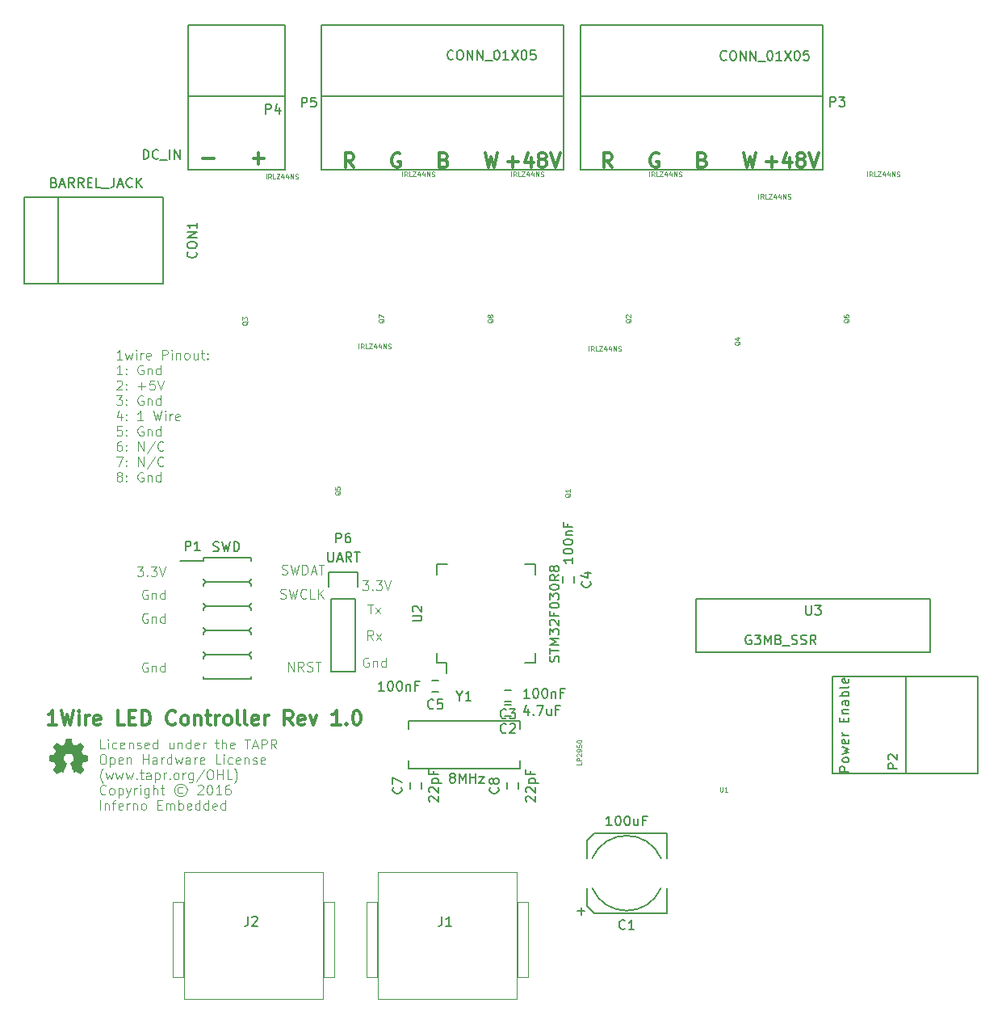
<source format=gto>
G04 #@! TF.FileFunction,Legend,Top*
%FSLAX46Y46*%
G04 Gerber Fmt 4.6, Leading zero omitted, Abs format (unit mm)*
G04 Created by KiCad (PCBNEW 4.0.4-stable) date 11/13/16 23:20:29*
%MOMM*%
%LPD*%
G01*
G04 APERTURE LIST*
%ADD10C,0.100000*%
%ADD11C,0.310000*%
%ADD12C,0.300000*%
%ADD13C,0.150000*%
%ADD14C,0.002540*%
%ADD15C,0.125000*%
G04 APERTURE END LIST*
D10*
X139890405Y-95779381D02*
X139318976Y-95779381D01*
X139604690Y-95779381D02*
X139604690Y-94779381D01*
X139509452Y-94922238D01*
X139414214Y-95017476D01*
X139318976Y-95065095D01*
X140223738Y-95112714D02*
X140414214Y-95779381D01*
X140604691Y-95303190D01*
X140795167Y-95779381D01*
X140985643Y-95112714D01*
X141366595Y-95779381D02*
X141366595Y-95112714D01*
X141366595Y-94779381D02*
X141318976Y-94827000D01*
X141366595Y-94874619D01*
X141414214Y-94827000D01*
X141366595Y-94779381D01*
X141366595Y-94874619D01*
X141842785Y-95779381D02*
X141842785Y-95112714D01*
X141842785Y-95303190D02*
X141890404Y-95207952D01*
X141938023Y-95160333D01*
X142033261Y-95112714D01*
X142128500Y-95112714D01*
X142842786Y-95731762D02*
X142747548Y-95779381D01*
X142557071Y-95779381D01*
X142461833Y-95731762D01*
X142414214Y-95636524D01*
X142414214Y-95255571D01*
X142461833Y-95160333D01*
X142557071Y-95112714D01*
X142747548Y-95112714D01*
X142842786Y-95160333D01*
X142890405Y-95255571D01*
X142890405Y-95350810D01*
X142414214Y-95446048D01*
X144080881Y-95779381D02*
X144080881Y-94779381D01*
X144461834Y-94779381D01*
X144557072Y-94827000D01*
X144604691Y-94874619D01*
X144652310Y-94969857D01*
X144652310Y-95112714D01*
X144604691Y-95207952D01*
X144557072Y-95255571D01*
X144461834Y-95303190D01*
X144080881Y-95303190D01*
X145080881Y-95779381D02*
X145080881Y-95112714D01*
X145080881Y-94779381D02*
X145033262Y-94827000D01*
X145080881Y-94874619D01*
X145128500Y-94827000D01*
X145080881Y-94779381D01*
X145080881Y-94874619D01*
X145557071Y-95112714D02*
X145557071Y-95779381D01*
X145557071Y-95207952D02*
X145604690Y-95160333D01*
X145699928Y-95112714D01*
X145842786Y-95112714D01*
X145938024Y-95160333D01*
X145985643Y-95255571D01*
X145985643Y-95779381D01*
X146604690Y-95779381D02*
X146509452Y-95731762D01*
X146461833Y-95684143D01*
X146414214Y-95588905D01*
X146414214Y-95303190D01*
X146461833Y-95207952D01*
X146509452Y-95160333D01*
X146604690Y-95112714D01*
X146747548Y-95112714D01*
X146842786Y-95160333D01*
X146890405Y-95207952D01*
X146938024Y-95303190D01*
X146938024Y-95588905D01*
X146890405Y-95684143D01*
X146842786Y-95731762D01*
X146747548Y-95779381D01*
X146604690Y-95779381D01*
X147795167Y-95112714D02*
X147795167Y-95779381D01*
X147366595Y-95112714D02*
X147366595Y-95636524D01*
X147414214Y-95731762D01*
X147509452Y-95779381D01*
X147652310Y-95779381D01*
X147747548Y-95731762D01*
X147795167Y-95684143D01*
X148128500Y-95112714D02*
X148509452Y-95112714D01*
X148271357Y-94779381D02*
X148271357Y-95636524D01*
X148318976Y-95731762D01*
X148414214Y-95779381D01*
X148509452Y-95779381D01*
X148842786Y-95684143D02*
X148890405Y-95731762D01*
X148842786Y-95779381D01*
X148795167Y-95731762D01*
X148842786Y-95684143D01*
X148842786Y-95779381D01*
X148842786Y-95160333D02*
X148890405Y-95207952D01*
X148842786Y-95255571D01*
X148795167Y-95207952D01*
X148842786Y-95160333D01*
X148842786Y-95255571D01*
X139890405Y-97379381D02*
X139318976Y-97379381D01*
X139604690Y-97379381D02*
X139604690Y-96379381D01*
X139509452Y-96522238D01*
X139414214Y-96617476D01*
X139318976Y-96665095D01*
X140318976Y-97284143D02*
X140366595Y-97331762D01*
X140318976Y-97379381D01*
X140271357Y-97331762D01*
X140318976Y-97284143D01*
X140318976Y-97379381D01*
X140318976Y-96760333D02*
X140366595Y-96807952D01*
X140318976Y-96855571D01*
X140271357Y-96807952D01*
X140318976Y-96760333D01*
X140318976Y-96855571D01*
X142080881Y-96427000D02*
X141985643Y-96379381D01*
X141842786Y-96379381D01*
X141699928Y-96427000D01*
X141604690Y-96522238D01*
X141557071Y-96617476D01*
X141509452Y-96807952D01*
X141509452Y-96950810D01*
X141557071Y-97141286D01*
X141604690Y-97236524D01*
X141699928Y-97331762D01*
X141842786Y-97379381D01*
X141938024Y-97379381D01*
X142080881Y-97331762D01*
X142128500Y-97284143D01*
X142128500Y-96950810D01*
X141938024Y-96950810D01*
X142557071Y-96712714D02*
X142557071Y-97379381D01*
X142557071Y-96807952D02*
X142604690Y-96760333D01*
X142699928Y-96712714D01*
X142842786Y-96712714D01*
X142938024Y-96760333D01*
X142985643Y-96855571D01*
X142985643Y-97379381D01*
X143890405Y-97379381D02*
X143890405Y-96379381D01*
X143890405Y-97331762D02*
X143795167Y-97379381D01*
X143604690Y-97379381D01*
X143509452Y-97331762D01*
X143461833Y-97284143D01*
X143414214Y-97188905D01*
X143414214Y-96903190D01*
X143461833Y-96807952D01*
X143509452Y-96760333D01*
X143604690Y-96712714D01*
X143795167Y-96712714D01*
X143890405Y-96760333D01*
X139318976Y-98074619D02*
X139366595Y-98027000D01*
X139461833Y-97979381D01*
X139699929Y-97979381D01*
X139795167Y-98027000D01*
X139842786Y-98074619D01*
X139890405Y-98169857D01*
X139890405Y-98265095D01*
X139842786Y-98407952D01*
X139271357Y-98979381D01*
X139890405Y-98979381D01*
X140318976Y-98884143D02*
X140366595Y-98931762D01*
X140318976Y-98979381D01*
X140271357Y-98931762D01*
X140318976Y-98884143D01*
X140318976Y-98979381D01*
X140318976Y-98360333D02*
X140366595Y-98407952D01*
X140318976Y-98455571D01*
X140271357Y-98407952D01*
X140318976Y-98360333D01*
X140318976Y-98455571D01*
X141557071Y-98598429D02*
X142318976Y-98598429D01*
X141938024Y-98979381D02*
X141938024Y-98217476D01*
X143271357Y-97979381D02*
X142795166Y-97979381D01*
X142747547Y-98455571D01*
X142795166Y-98407952D01*
X142890404Y-98360333D01*
X143128500Y-98360333D01*
X143223738Y-98407952D01*
X143271357Y-98455571D01*
X143318976Y-98550810D01*
X143318976Y-98788905D01*
X143271357Y-98884143D01*
X143223738Y-98931762D01*
X143128500Y-98979381D01*
X142890404Y-98979381D01*
X142795166Y-98931762D01*
X142747547Y-98884143D01*
X143604690Y-97979381D02*
X143938023Y-98979381D01*
X144271357Y-97979381D01*
X139271357Y-99579381D02*
X139890405Y-99579381D01*
X139557071Y-99960333D01*
X139699929Y-99960333D01*
X139795167Y-100007952D01*
X139842786Y-100055571D01*
X139890405Y-100150810D01*
X139890405Y-100388905D01*
X139842786Y-100484143D01*
X139795167Y-100531762D01*
X139699929Y-100579381D01*
X139414214Y-100579381D01*
X139318976Y-100531762D01*
X139271357Y-100484143D01*
X140318976Y-100484143D02*
X140366595Y-100531762D01*
X140318976Y-100579381D01*
X140271357Y-100531762D01*
X140318976Y-100484143D01*
X140318976Y-100579381D01*
X140318976Y-99960333D02*
X140366595Y-100007952D01*
X140318976Y-100055571D01*
X140271357Y-100007952D01*
X140318976Y-99960333D01*
X140318976Y-100055571D01*
X142080881Y-99627000D02*
X141985643Y-99579381D01*
X141842786Y-99579381D01*
X141699928Y-99627000D01*
X141604690Y-99722238D01*
X141557071Y-99817476D01*
X141509452Y-100007952D01*
X141509452Y-100150810D01*
X141557071Y-100341286D01*
X141604690Y-100436524D01*
X141699928Y-100531762D01*
X141842786Y-100579381D01*
X141938024Y-100579381D01*
X142080881Y-100531762D01*
X142128500Y-100484143D01*
X142128500Y-100150810D01*
X141938024Y-100150810D01*
X142557071Y-99912714D02*
X142557071Y-100579381D01*
X142557071Y-100007952D02*
X142604690Y-99960333D01*
X142699928Y-99912714D01*
X142842786Y-99912714D01*
X142938024Y-99960333D01*
X142985643Y-100055571D01*
X142985643Y-100579381D01*
X143890405Y-100579381D02*
X143890405Y-99579381D01*
X143890405Y-100531762D02*
X143795167Y-100579381D01*
X143604690Y-100579381D01*
X143509452Y-100531762D01*
X143461833Y-100484143D01*
X143414214Y-100388905D01*
X143414214Y-100103190D01*
X143461833Y-100007952D01*
X143509452Y-99960333D01*
X143604690Y-99912714D01*
X143795167Y-99912714D01*
X143890405Y-99960333D01*
X139795167Y-101512714D02*
X139795167Y-102179381D01*
X139557071Y-101131762D02*
X139318976Y-101846048D01*
X139938024Y-101846048D01*
X140318976Y-102084143D02*
X140366595Y-102131762D01*
X140318976Y-102179381D01*
X140271357Y-102131762D01*
X140318976Y-102084143D01*
X140318976Y-102179381D01*
X140318976Y-101560333D02*
X140366595Y-101607952D01*
X140318976Y-101655571D01*
X140271357Y-101607952D01*
X140318976Y-101560333D01*
X140318976Y-101655571D01*
X142080881Y-102179381D02*
X141509452Y-102179381D01*
X141795166Y-102179381D02*
X141795166Y-101179381D01*
X141699928Y-101322238D01*
X141604690Y-101417476D01*
X141509452Y-101465095D01*
X143176119Y-101179381D02*
X143414214Y-102179381D01*
X143604691Y-101465095D01*
X143795167Y-102179381D01*
X144033262Y-101179381D01*
X144414214Y-102179381D02*
X144414214Y-101512714D01*
X144414214Y-101179381D02*
X144366595Y-101227000D01*
X144414214Y-101274619D01*
X144461833Y-101227000D01*
X144414214Y-101179381D01*
X144414214Y-101274619D01*
X144890404Y-102179381D02*
X144890404Y-101512714D01*
X144890404Y-101703190D02*
X144938023Y-101607952D01*
X144985642Y-101560333D01*
X145080880Y-101512714D01*
X145176119Y-101512714D01*
X145890405Y-102131762D02*
X145795167Y-102179381D01*
X145604690Y-102179381D01*
X145509452Y-102131762D01*
X145461833Y-102036524D01*
X145461833Y-101655571D01*
X145509452Y-101560333D01*
X145604690Y-101512714D01*
X145795167Y-101512714D01*
X145890405Y-101560333D01*
X145938024Y-101655571D01*
X145938024Y-101750810D01*
X145461833Y-101846048D01*
X139842786Y-102779381D02*
X139366595Y-102779381D01*
X139318976Y-103255571D01*
X139366595Y-103207952D01*
X139461833Y-103160333D01*
X139699929Y-103160333D01*
X139795167Y-103207952D01*
X139842786Y-103255571D01*
X139890405Y-103350810D01*
X139890405Y-103588905D01*
X139842786Y-103684143D01*
X139795167Y-103731762D01*
X139699929Y-103779381D01*
X139461833Y-103779381D01*
X139366595Y-103731762D01*
X139318976Y-103684143D01*
X140318976Y-103684143D02*
X140366595Y-103731762D01*
X140318976Y-103779381D01*
X140271357Y-103731762D01*
X140318976Y-103684143D01*
X140318976Y-103779381D01*
X140318976Y-103160333D02*
X140366595Y-103207952D01*
X140318976Y-103255571D01*
X140271357Y-103207952D01*
X140318976Y-103160333D01*
X140318976Y-103255571D01*
X142080881Y-102827000D02*
X141985643Y-102779381D01*
X141842786Y-102779381D01*
X141699928Y-102827000D01*
X141604690Y-102922238D01*
X141557071Y-103017476D01*
X141509452Y-103207952D01*
X141509452Y-103350810D01*
X141557071Y-103541286D01*
X141604690Y-103636524D01*
X141699928Y-103731762D01*
X141842786Y-103779381D01*
X141938024Y-103779381D01*
X142080881Y-103731762D01*
X142128500Y-103684143D01*
X142128500Y-103350810D01*
X141938024Y-103350810D01*
X142557071Y-103112714D02*
X142557071Y-103779381D01*
X142557071Y-103207952D02*
X142604690Y-103160333D01*
X142699928Y-103112714D01*
X142842786Y-103112714D01*
X142938024Y-103160333D01*
X142985643Y-103255571D01*
X142985643Y-103779381D01*
X143890405Y-103779381D02*
X143890405Y-102779381D01*
X143890405Y-103731762D02*
X143795167Y-103779381D01*
X143604690Y-103779381D01*
X143509452Y-103731762D01*
X143461833Y-103684143D01*
X143414214Y-103588905D01*
X143414214Y-103303190D01*
X143461833Y-103207952D01*
X143509452Y-103160333D01*
X143604690Y-103112714D01*
X143795167Y-103112714D01*
X143890405Y-103160333D01*
X139795167Y-104379381D02*
X139604690Y-104379381D01*
X139509452Y-104427000D01*
X139461833Y-104474619D01*
X139366595Y-104617476D01*
X139318976Y-104807952D01*
X139318976Y-105188905D01*
X139366595Y-105284143D01*
X139414214Y-105331762D01*
X139509452Y-105379381D01*
X139699929Y-105379381D01*
X139795167Y-105331762D01*
X139842786Y-105284143D01*
X139890405Y-105188905D01*
X139890405Y-104950810D01*
X139842786Y-104855571D01*
X139795167Y-104807952D01*
X139699929Y-104760333D01*
X139509452Y-104760333D01*
X139414214Y-104807952D01*
X139366595Y-104855571D01*
X139318976Y-104950810D01*
X140318976Y-105284143D02*
X140366595Y-105331762D01*
X140318976Y-105379381D01*
X140271357Y-105331762D01*
X140318976Y-105284143D01*
X140318976Y-105379381D01*
X140318976Y-104760333D02*
X140366595Y-104807952D01*
X140318976Y-104855571D01*
X140271357Y-104807952D01*
X140318976Y-104760333D01*
X140318976Y-104855571D01*
X141557071Y-105379381D02*
X141557071Y-104379381D01*
X142128500Y-105379381D01*
X142128500Y-104379381D01*
X143318976Y-104331762D02*
X142461833Y-105617476D01*
X144223738Y-105284143D02*
X144176119Y-105331762D01*
X144033262Y-105379381D01*
X143938024Y-105379381D01*
X143795166Y-105331762D01*
X143699928Y-105236524D01*
X143652309Y-105141286D01*
X143604690Y-104950810D01*
X143604690Y-104807952D01*
X143652309Y-104617476D01*
X143699928Y-104522238D01*
X143795166Y-104427000D01*
X143938024Y-104379381D01*
X144033262Y-104379381D01*
X144176119Y-104427000D01*
X144223738Y-104474619D01*
X139271357Y-105979381D02*
X139938024Y-105979381D01*
X139509452Y-106979381D01*
X140318976Y-106884143D02*
X140366595Y-106931762D01*
X140318976Y-106979381D01*
X140271357Y-106931762D01*
X140318976Y-106884143D01*
X140318976Y-106979381D01*
X140318976Y-106360333D02*
X140366595Y-106407952D01*
X140318976Y-106455571D01*
X140271357Y-106407952D01*
X140318976Y-106360333D01*
X140318976Y-106455571D01*
X141557071Y-106979381D02*
X141557071Y-105979381D01*
X142128500Y-106979381D01*
X142128500Y-105979381D01*
X143318976Y-105931762D02*
X142461833Y-107217476D01*
X144223738Y-106884143D02*
X144176119Y-106931762D01*
X144033262Y-106979381D01*
X143938024Y-106979381D01*
X143795166Y-106931762D01*
X143699928Y-106836524D01*
X143652309Y-106741286D01*
X143604690Y-106550810D01*
X143604690Y-106407952D01*
X143652309Y-106217476D01*
X143699928Y-106122238D01*
X143795166Y-106027000D01*
X143938024Y-105979381D01*
X144033262Y-105979381D01*
X144176119Y-106027000D01*
X144223738Y-106074619D01*
X139509452Y-108007952D02*
X139414214Y-107960333D01*
X139366595Y-107912714D01*
X139318976Y-107817476D01*
X139318976Y-107769857D01*
X139366595Y-107674619D01*
X139414214Y-107627000D01*
X139509452Y-107579381D01*
X139699929Y-107579381D01*
X139795167Y-107627000D01*
X139842786Y-107674619D01*
X139890405Y-107769857D01*
X139890405Y-107817476D01*
X139842786Y-107912714D01*
X139795167Y-107960333D01*
X139699929Y-108007952D01*
X139509452Y-108007952D01*
X139414214Y-108055571D01*
X139366595Y-108103190D01*
X139318976Y-108198429D01*
X139318976Y-108388905D01*
X139366595Y-108484143D01*
X139414214Y-108531762D01*
X139509452Y-108579381D01*
X139699929Y-108579381D01*
X139795167Y-108531762D01*
X139842786Y-108484143D01*
X139890405Y-108388905D01*
X139890405Y-108198429D01*
X139842786Y-108103190D01*
X139795167Y-108055571D01*
X139699929Y-108007952D01*
X140318976Y-108484143D02*
X140366595Y-108531762D01*
X140318976Y-108579381D01*
X140271357Y-108531762D01*
X140318976Y-108484143D01*
X140318976Y-108579381D01*
X140318976Y-107960333D02*
X140366595Y-108007952D01*
X140318976Y-108055571D01*
X140271357Y-108007952D01*
X140318976Y-107960333D01*
X140318976Y-108055571D01*
X142080881Y-107627000D02*
X141985643Y-107579381D01*
X141842786Y-107579381D01*
X141699928Y-107627000D01*
X141604690Y-107722238D01*
X141557071Y-107817476D01*
X141509452Y-108007952D01*
X141509452Y-108150810D01*
X141557071Y-108341286D01*
X141604690Y-108436524D01*
X141699928Y-108531762D01*
X141842786Y-108579381D01*
X141938024Y-108579381D01*
X142080881Y-108531762D01*
X142128500Y-108484143D01*
X142128500Y-108150810D01*
X141938024Y-108150810D01*
X142557071Y-107912714D02*
X142557071Y-108579381D01*
X142557071Y-108007952D02*
X142604690Y-107960333D01*
X142699928Y-107912714D01*
X142842786Y-107912714D01*
X142938024Y-107960333D01*
X142985643Y-108055571D01*
X142985643Y-108579381D01*
X143890405Y-108579381D02*
X143890405Y-107579381D01*
X143890405Y-108531762D02*
X143795167Y-108579381D01*
X143604690Y-108579381D01*
X143509452Y-108531762D01*
X143461833Y-108484143D01*
X143414214Y-108388905D01*
X143414214Y-108103190D01*
X143461833Y-108007952D01*
X143509452Y-107960333D01*
X143604690Y-107912714D01*
X143795167Y-107912714D01*
X143890405Y-107960333D01*
D11*
X132990787Y-134092071D02*
X132133644Y-134092071D01*
X132562216Y-134092071D02*
X132562216Y-132592071D01*
X132419359Y-132806357D01*
X132276501Y-132949214D01*
X132133644Y-133020643D01*
X133490787Y-132592071D02*
X133847930Y-134092071D01*
X134133644Y-133020643D01*
X134419358Y-134092071D01*
X134776501Y-132592071D01*
X135347930Y-134092071D02*
X135347930Y-133092071D01*
X135347930Y-132592071D02*
X135276501Y-132663500D01*
X135347930Y-132734929D01*
X135419358Y-132663500D01*
X135347930Y-132592071D01*
X135347930Y-132734929D01*
X136062216Y-134092071D02*
X136062216Y-133092071D01*
X136062216Y-133377786D02*
X136133644Y-133234929D01*
X136205073Y-133163500D01*
X136347930Y-133092071D01*
X136490787Y-133092071D01*
X137562215Y-134020643D02*
X137419358Y-134092071D01*
X137133644Y-134092071D01*
X136990787Y-134020643D01*
X136919358Y-133877786D01*
X136919358Y-133306357D01*
X136990787Y-133163500D01*
X137133644Y-133092071D01*
X137419358Y-133092071D01*
X137562215Y-133163500D01*
X137633644Y-133306357D01*
X137633644Y-133449214D01*
X136919358Y-133592071D01*
X140133644Y-134092071D02*
X139419358Y-134092071D01*
X139419358Y-132592071D01*
X140633644Y-133306357D02*
X141133644Y-133306357D01*
X141347930Y-134092071D02*
X140633644Y-134092071D01*
X140633644Y-132592071D01*
X141347930Y-132592071D01*
X141990787Y-134092071D02*
X141990787Y-132592071D01*
X142347930Y-132592071D01*
X142562215Y-132663500D01*
X142705073Y-132806357D01*
X142776501Y-132949214D01*
X142847930Y-133234929D01*
X142847930Y-133449214D01*
X142776501Y-133734929D01*
X142705073Y-133877786D01*
X142562215Y-134020643D01*
X142347930Y-134092071D01*
X141990787Y-134092071D01*
X145490787Y-133949214D02*
X145419358Y-134020643D01*
X145205072Y-134092071D01*
X145062215Y-134092071D01*
X144847930Y-134020643D01*
X144705072Y-133877786D01*
X144633644Y-133734929D01*
X144562215Y-133449214D01*
X144562215Y-133234929D01*
X144633644Y-132949214D01*
X144705072Y-132806357D01*
X144847930Y-132663500D01*
X145062215Y-132592071D01*
X145205072Y-132592071D01*
X145419358Y-132663500D01*
X145490787Y-132734929D01*
X146347930Y-134092071D02*
X146205072Y-134020643D01*
X146133644Y-133949214D01*
X146062215Y-133806357D01*
X146062215Y-133377786D01*
X146133644Y-133234929D01*
X146205072Y-133163500D01*
X146347930Y-133092071D01*
X146562215Y-133092071D01*
X146705072Y-133163500D01*
X146776501Y-133234929D01*
X146847930Y-133377786D01*
X146847930Y-133806357D01*
X146776501Y-133949214D01*
X146705072Y-134020643D01*
X146562215Y-134092071D01*
X146347930Y-134092071D01*
X147490787Y-133092071D02*
X147490787Y-134092071D01*
X147490787Y-133234929D02*
X147562215Y-133163500D01*
X147705073Y-133092071D01*
X147919358Y-133092071D01*
X148062215Y-133163500D01*
X148133644Y-133306357D01*
X148133644Y-134092071D01*
X148633644Y-133092071D02*
X149205073Y-133092071D01*
X148847930Y-132592071D02*
X148847930Y-133877786D01*
X148919358Y-134020643D01*
X149062216Y-134092071D01*
X149205073Y-134092071D01*
X149705073Y-134092071D02*
X149705073Y-133092071D01*
X149705073Y-133377786D02*
X149776501Y-133234929D01*
X149847930Y-133163500D01*
X149990787Y-133092071D01*
X150133644Y-133092071D01*
X150847930Y-134092071D02*
X150705072Y-134020643D01*
X150633644Y-133949214D01*
X150562215Y-133806357D01*
X150562215Y-133377786D01*
X150633644Y-133234929D01*
X150705072Y-133163500D01*
X150847930Y-133092071D01*
X151062215Y-133092071D01*
X151205072Y-133163500D01*
X151276501Y-133234929D01*
X151347930Y-133377786D01*
X151347930Y-133806357D01*
X151276501Y-133949214D01*
X151205072Y-134020643D01*
X151062215Y-134092071D01*
X150847930Y-134092071D01*
X152205073Y-134092071D02*
X152062215Y-134020643D01*
X151990787Y-133877786D01*
X151990787Y-132592071D01*
X152990787Y-134092071D02*
X152847929Y-134020643D01*
X152776501Y-133877786D01*
X152776501Y-132592071D01*
X154133643Y-134020643D02*
X153990786Y-134092071D01*
X153705072Y-134092071D01*
X153562215Y-134020643D01*
X153490786Y-133877786D01*
X153490786Y-133306357D01*
X153562215Y-133163500D01*
X153705072Y-133092071D01*
X153990786Y-133092071D01*
X154133643Y-133163500D01*
X154205072Y-133306357D01*
X154205072Y-133449214D01*
X153490786Y-133592071D01*
X154847929Y-134092071D02*
X154847929Y-133092071D01*
X154847929Y-133377786D02*
X154919357Y-133234929D01*
X154990786Y-133163500D01*
X155133643Y-133092071D01*
X155276500Y-133092071D01*
X157776500Y-134092071D02*
X157276500Y-133377786D01*
X156919357Y-134092071D02*
X156919357Y-132592071D01*
X157490785Y-132592071D01*
X157633643Y-132663500D01*
X157705071Y-132734929D01*
X157776500Y-132877786D01*
X157776500Y-133092071D01*
X157705071Y-133234929D01*
X157633643Y-133306357D01*
X157490785Y-133377786D01*
X156919357Y-133377786D01*
X158990785Y-134020643D02*
X158847928Y-134092071D01*
X158562214Y-134092071D01*
X158419357Y-134020643D01*
X158347928Y-133877786D01*
X158347928Y-133306357D01*
X158419357Y-133163500D01*
X158562214Y-133092071D01*
X158847928Y-133092071D01*
X158990785Y-133163500D01*
X159062214Y-133306357D01*
X159062214Y-133449214D01*
X158347928Y-133592071D01*
X159562214Y-133092071D02*
X159919357Y-134092071D01*
X160276499Y-133092071D01*
X162776499Y-134092071D02*
X161919356Y-134092071D01*
X162347928Y-134092071D02*
X162347928Y-132592071D01*
X162205071Y-132806357D01*
X162062213Y-132949214D01*
X161919356Y-133020643D01*
X163419356Y-133949214D02*
X163490784Y-134020643D01*
X163419356Y-134092071D01*
X163347927Y-134020643D01*
X163419356Y-133949214D01*
X163419356Y-134092071D01*
X164419356Y-132592071D02*
X164562213Y-132592071D01*
X164705070Y-132663500D01*
X164776499Y-132734929D01*
X164847928Y-132877786D01*
X164919356Y-133163500D01*
X164919356Y-133520643D01*
X164847928Y-133806357D01*
X164776499Y-133949214D01*
X164705070Y-134020643D01*
X164562213Y-134092071D01*
X164419356Y-134092071D01*
X164276499Y-134020643D01*
X164205070Y-133949214D01*
X164133642Y-133806357D01*
X164062213Y-133520643D01*
X164062213Y-133163500D01*
X164133642Y-132877786D01*
X164205070Y-132734929D01*
X164276499Y-132663500D01*
X164419356Y-132592071D01*
D10*
X138064786Y-136571381D02*
X137588595Y-136571381D01*
X137588595Y-135571381D01*
X138398119Y-136571381D02*
X138398119Y-135904714D01*
X138398119Y-135571381D02*
X138350500Y-135619000D01*
X138398119Y-135666619D01*
X138445738Y-135619000D01*
X138398119Y-135571381D01*
X138398119Y-135666619D01*
X139302881Y-136523762D02*
X139207643Y-136571381D01*
X139017166Y-136571381D01*
X138921928Y-136523762D01*
X138874309Y-136476143D01*
X138826690Y-136380905D01*
X138826690Y-136095190D01*
X138874309Y-135999952D01*
X138921928Y-135952333D01*
X139017166Y-135904714D01*
X139207643Y-135904714D01*
X139302881Y-135952333D01*
X140112405Y-136523762D02*
X140017167Y-136571381D01*
X139826690Y-136571381D01*
X139731452Y-136523762D01*
X139683833Y-136428524D01*
X139683833Y-136047571D01*
X139731452Y-135952333D01*
X139826690Y-135904714D01*
X140017167Y-135904714D01*
X140112405Y-135952333D01*
X140160024Y-136047571D01*
X140160024Y-136142810D01*
X139683833Y-136238048D01*
X140588595Y-135904714D02*
X140588595Y-136571381D01*
X140588595Y-135999952D02*
X140636214Y-135952333D01*
X140731452Y-135904714D01*
X140874310Y-135904714D01*
X140969548Y-135952333D01*
X141017167Y-136047571D01*
X141017167Y-136571381D01*
X141445738Y-136523762D02*
X141540976Y-136571381D01*
X141731452Y-136571381D01*
X141826691Y-136523762D01*
X141874310Y-136428524D01*
X141874310Y-136380905D01*
X141826691Y-136285667D01*
X141731452Y-136238048D01*
X141588595Y-136238048D01*
X141493357Y-136190429D01*
X141445738Y-136095190D01*
X141445738Y-136047571D01*
X141493357Y-135952333D01*
X141588595Y-135904714D01*
X141731452Y-135904714D01*
X141826691Y-135952333D01*
X142683834Y-136523762D02*
X142588596Y-136571381D01*
X142398119Y-136571381D01*
X142302881Y-136523762D01*
X142255262Y-136428524D01*
X142255262Y-136047571D01*
X142302881Y-135952333D01*
X142398119Y-135904714D01*
X142588596Y-135904714D01*
X142683834Y-135952333D01*
X142731453Y-136047571D01*
X142731453Y-136142810D01*
X142255262Y-136238048D01*
X143588596Y-136571381D02*
X143588596Y-135571381D01*
X143588596Y-136523762D02*
X143493358Y-136571381D01*
X143302881Y-136571381D01*
X143207643Y-136523762D01*
X143160024Y-136476143D01*
X143112405Y-136380905D01*
X143112405Y-136095190D01*
X143160024Y-135999952D01*
X143207643Y-135952333D01*
X143302881Y-135904714D01*
X143493358Y-135904714D01*
X143588596Y-135952333D01*
X145255263Y-135904714D02*
X145255263Y-136571381D01*
X144826691Y-135904714D02*
X144826691Y-136428524D01*
X144874310Y-136523762D01*
X144969548Y-136571381D01*
X145112406Y-136571381D01*
X145207644Y-136523762D01*
X145255263Y-136476143D01*
X145731453Y-135904714D02*
X145731453Y-136571381D01*
X145731453Y-135999952D02*
X145779072Y-135952333D01*
X145874310Y-135904714D01*
X146017168Y-135904714D01*
X146112406Y-135952333D01*
X146160025Y-136047571D01*
X146160025Y-136571381D01*
X147064787Y-136571381D02*
X147064787Y-135571381D01*
X147064787Y-136523762D02*
X146969549Y-136571381D01*
X146779072Y-136571381D01*
X146683834Y-136523762D01*
X146636215Y-136476143D01*
X146588596Y-136380905D01*
X146588596Y-136095190D01*
X146636215Y-135999952D01*
X146683834Y-135952333D01*
X146779072Y-135904714D01*
X146969549Y-135904714D01*
X147064787Y-135952333D01*
X147921930Y-136523762D02*
X147826692Y-136571381D01*
X147636215Y-136571381D01*
X147540977Y-136523762D01*
X147493358Y-136428524D01*
X147493358Y-136047571D01*
X147540977Y-135952333D01*
X147636215Y-135904714D01*
X147826692Y-135904714D01*
X147921930Y-135952333D01*
X147969549Y-136047571D01*
X147969549Y-136142810D01*
X147493358Y-136238048D01*
X148398120Y-136571381D02*
X148398120Y-135904714D01*
X148398120Y-136095190D02*
X148445739Y-135999952D01*
X148493358Y-135952333D01*
X148588596Y-135904714D01*
X148683835Y-135904714D01*
X149636216Y-135904714D02*
X150017168Y-135904714D01*
X149779073Y-135571381D02*
X149779073Y-136428524D01*
X149826692Y-136523762D01*
X149921930Y-136571381D01*
X150017168Y-136571381D01*
X150350502Y-136571381D02*
X150350502Y-135571381D01*
X150779074Y-136571381D02*
X150779074Y-136047571D01*
X150731455Y-135952333D01*
X150636217Y-135904714D01*
X150493359Y-135904714D01*
X150398121Y-135952333D01*
X150350502Y-135999952D01*
X151636217Y-136523762D02*
X151540979Y-136571381D01*
X151350502Y-136571381D01*
X151255264Y-136523762D01*
X151207645Y-136428524D01*
X151207645Y-136047571D01*
X151255264Y-135952333D01*
X151350502Y-135904714D01*
X151540979Y-135904714D01*
X151636217Y-135952333D01*
X151683836Y-136047571D01*
X151683836Y-136142810D01*
X151207645Y-136238048D01*
X152731455Y-135571381D02*
X153302884Y-135571381D01*
X153017169Y-136571381D02*
X153017169Y-135571381D01*
X153588598Y-136285667D02*
X154064789Y-136285667D01*
X153493360Y-136571381D02*
X153826693Y-135571381D01*
X154160027Y-136571381D01*
X154493360Y-136571381D02*
X154493360Y-135571381D01*
X154874313Y-135571381D01*
X154969551Y-135619000D01*
X155017170Y-135666619D01*
X155064789Y-135761857D01*
X155064789Y-135904714D01*
X155017170Y-135999952D01*
X154969551Y-136047571D01*
X154874313Y-136095190D01*
X154493360Y-136095190D01*
X156064789Y-136571381D02*
X155731455Y-136095190D01*
X155493360Y-136571381D02*
X155493360Y-135571381D01*
X155874313Y-135571381D01*
X155969551Y-135619000D01*
X156017170Y-135666619D01*
X156064789Y-135761857D01*
X156064789Y-135904714D01*
X156017170Y-135999952D01*
X155969551Y-136047571D01*
X155874313Y-136095190D01*
X155493360Y-136095190D01*
X137779071Y-137171381D02*
X137969548Y-137171381D01*
X138064786Y-137219000D01*
X138160024Y-137314238D01*
X138207643Y-137504714D01*
X138207643Y-137838048D01*
X138160024Y-138028524D01*
X138064786Y-138123762D01*
X137969548Y-138171381D01*
X137779071Y-138171381D01*
X137683833Y-138123762D01*
X137588595Y-138028524D01*
X137540976Y-137838048D01*
X137540976Y-137504714D01*
X137588595Y-137314238D01*
X137683833Y-137219000D01*
X137779071Y-137171381D01*
X138636214Y-137504714D02*
X138636214Y-138504714D01*
X138636214Y-137552333D02*
X138731452Y-137504714D01*
X138921929Y-137504714D01*
X139017167Y-137552333D01*
X139064786Y-137599952D01*
X139112405Y-137695190D01*
X139112405Y-137980905D01*
X139064786Y-138076143D01*
X139017167Y-138123762D01*
X138921929Y-138171381D01*
X138731452Y-138171381D01*
X138636214Y-138123762D01*
X139921929Y-138123762D02*
X139826691Y-138171381D01*
X139636214Y-138171381D01*
X139540976Y-138123762D01*
X139493357Y-138028524D01*
X139493357Y-137647571D01*
X139540976Y-137552333D01*
X139636214Y-137504714D01*
X139826691Y-137504714D01*
X139921929Y-137552333D01*
X139969548Y-137647571D01*
X139969548Y-137742810D01*
X139493357Y-137838048D01*
X140398119Y-137504714D02*
X140398119Y-138171381D01*
X140398119Y-137599952D02*
X140445738Y-137552333D01*
X140540976Y-137504714D01*
X140683834Y-137504714D01*
X140779072Y-137552333D01*
X140826691Y-137647571D01*
X140826691Y-138171381D01*
X142064786Y-138171381D02*
X142064786Y-137171381D01*
X142064786Y-137647571D02*
X142636215Y-137647571D01*
X142636215Y-138171381D02*
X142636215Y-137171381D01*
X143540977Y-138171381D02*
X143540977Y-137647571D01*
X143493358Y-137552333D01*
X143398120Y-137504714D01*
X143207643Y-137504714D01*
X143112405Y-137552333D01*
X143540977Y-138123762D02*
X143445739Y-138171381D01*
X143207643Y-138171381D01*
X143112405Y-138123762D01*
X143064786Y-138028524D01*
X143064786Y-137933286D01*
X143112405Y-137838048D01*
X143207643Y-137790429D01*
X143445739Y-137790429D01*
X143540977Y-137742810D01*
X144017167Y-138171381D02*
X144017167Y-137504714D01*
X144017167Y-137695190D02*
X144064786Y-137599952D01*
X144112405Y-137552333D01*
X144207643Y-137504714D01*
X144302882Y-137504714D01*
X145064787Y-138171381D02*
X145064787Y-137171381D01*
X145064787Y-138123762D02*
X144969549Y-138171381D01*
X144779072Y-138171381D01*
X144683834Y-138123762D01*
X144636215Y-138076143D01*
X144588596Y-137980905D01*
X144588596Y-137695190D01*
X144636215Y-137599952D01*
X144683834Y-137552333D01*
X144779072Y-137504714D01*
X144969549Y-137504714D01*
X145064787Y-137552333D01*
X145445739Y-137504714D02*
X145636215Y-138171381D01*
X145826692Y-137695190D01*
X146017168Y-138171381D01*
X146207644Y-137504714D01*
X147017168Y-138171381D02*
X147017168Y-137647571D01*
X146969549Y-137552333D01*
X146874311Y-137504714D01*
X146683834Y-137504714D01*
X146588596Y-137552333D01*
X147017168Y-138123762D02*
X146921930Y-138171381D01*
X146683834Y-138171381D01*
X146588596Y-138123762D01*
X146540977Y-138028524D01*
X146540977Y-137933286D01*
X146588596Y-137838048D01*
X146683834Y-137790429D01*
X146921930Y-137790429D01*
X147017168Y-137742810D01*
X147493358Y-138171381D02*
X147493358Y-137504714D01*
X147493358Y-137695190D02*
X147540977Y-137599952D01*
X147588596Y-137552333D01*
X147683834Y-137504714D01*
X147779073Y-137504714D01*
X148493359Y-138123762D02*
X148398121Y-138171381D01*
X148207644Y-138171381D01*
X148112406Y-138123762D01*
X148064787Y-138028524D01*
X148064787Y-137647571D01*
X148112406Y-137552333D01*
X148207644Y-137504714D01*
X148398121Y-137504714D01*
X148493359Y-137552333D01*
X148540978Y-137647571D01*
X148540978Y-137742810D01*
X148064787Y-137838048D01*
X150207645Y-138171381D02*
X149731454Y-138171381D01*
X149731454Y-137171381D01*
X150540978Y-138171381D02*
X150540978Y-137504714D01*
X150540978Y-137171381D02*
X150493359Y-137219000D01*
X150540978Y-137266619D01*
X150588597Y-137219000D01*
X150540978Y-137171381D01*
X150540978Y-137266619D01*
X151445740Y-138123762D02*
X151350502Y-138171381D01*
X151160025Y-138171381D01*
X151064787Y-138123762D01*
X151017168Y-138076143D01*
X150969549Y-137980905D01*
X150969549Y-137695190D01*
X151017168Y-137599952D01*
X151064787Y-137552333D01*
X151160025Y-137504714D01*
X151350502Y-137504714D01*
X151445740Y-137552333D01*
X152255264Y-138123762D02*
X152160026Y-138171381D01*
X151969549Y-138171381D01*
X151874311Y-138123762D01*
X151826692Y-138028524D01*
X151826692Y-137647571D01*
X151874311Y-137552333D01*
X151969549Y-137504714D01*
X152160026Y-137504714D01*
X152255264Y-137552333D01*
X152302883Y-137647571D01*
X152302883Y-137742810D01*
X151826692Y-137838048D01*
X152731454Y-137504714D02*
X152731454Y-138171381D01*
X152731454Y-137599952D02*
X152779073Y-137552333D01*
X152874311Y-137504714D01*
X153017169Y-137504714D01*
X153112407Y-137552333D01*
X153160026Y-137647571D01*
X153160026Y-138171381D01*
X153588597Y-138123762D02*
X153683835Y-138171381D01*
X153874311Y-138171381D01*
X153969550Y-138123762D01*
X154017169Y-138028524D01*
X154017169Y-137980905D01*
X153969550Y-137885667D01*
X153874311Y-137838048D01*
X153731454Y-137838048D01*
X153636216Y-137790429D01*
X153588597Y-137695190D01*
X153588597Y-137647571D01*
X153636216Y-137552333D01*
X153731454Y-137504714D01*
X153874311Y-137504714D01*
X153969550Y-137552333D01*
X154826693Y-138123762D02*
X154731455Y-138171381D01*
X154540978Y-138171381D01*
X154445740Y-138123762D01*
X154398121Y-138028524D01*
X154398121Y-137647571D01*
X154445740Y-137552333D01*
X154540978Y-137504714D01*
X154731455Y-137504714D01*
X154826693Y-137552333D01*
X154874312Y-137647571D01*
X154874312Y-137742810D01*
X154398121Y-137838048D01*
X137874310Y-140152333D02*
X137826690Y-140104714D01*
X137731452Y-139961857D01*
X137683833Y-139866619D01*
X137636214Y-139723762D01*
X137588595Y-139485667D01*
X137588595Y-139295190D01*
X137636214Y-139057095D01*
X137683833Y-138914238D01*
X137731452Y-138819000D01*
X137826690Y-138676143D01*
X137874310Y-138628524D01*
X138160024Y-139104714D02*
X138350500Y-139771381D01*
X138540977Y-139295190D01*
X138731453Y-139771381D01*
X138921929Y-139104714D01*
X139207643Y-139104714D02*
X139398119Y-139771381D01*
X139588596Y-139295190D01*
X139779072Y-139771381D01*
X139969548Y-139104714D01*
X140255262Y-139104714D02*
X140445738Y-139771381D01*
X140636215Y-139295190D01*
X140826691Y-139771381D01*
X141017167Y-139104714D01*
X141398119Y-139676143D02*
X141445738Y-139723762D01*
X141398119Y-139771381D01*
X141350500Y-139723762D01*
X141398119Y-139676143D01*
X141398119Y-139771381D01*
X141731452Y-139104714D02*
X142112404Y-139104714D01*
X141874309Y-138771381D02*
X141874309Y-139628524D01*
X141921928Y-139723762D01*
X142017166Y-139771381D01*
X142112404Y-139771381D01*
X142874310Y-139771381D02*
X142874310Y-139247571D01*
X142826691Y-139152333D01*
X142731453Y-139104714D01*
X142540976Y-139104714D01*
X142445738Y-139152333D01*
X142874310Y-139723762D02*
X142779072Y-139771381D01*
X142540976Y-139771381D01*
X142445738Y-139723762D01*
X142398119Y-139628524D01*
X142398119Y-139533286D01*
X142445738Y-139438048D01*
X142540976Y-139390429D01*
X142779072Y-139390429D01*
X142874310Y-139342810D01*
X143350500Y-139104714D02*
X143350500Y-140104714D01*
X143350500Y-139152333D02*
X143445738Y-139104714D01*
X143636215Y-139104714D01*
X143731453Y-139152333D01*
X143779072Y-139199952D01*
X143826691Y-139295190D01*
X143826691Y-139580905D01*
X143779072Y-139676143D01*
X143731453Y-139723762D01*
X143636215Y-139771381D01*
X143445738Y-139771381D01*
X143350500Y-139723762D01*
X144255262Y-139771381D02*
X144255262Y-139104714D01*
X144255262Y-139295190D02*
X144302881Y-139199952D01*
X144350500Y-139152333D01*
X144445738Y-139104714D01*
X144540977Y-139104714D01*
X144874310Y-139676143D02*
X144921929Y-139723762D01*
X144874310Y-139771381D01*
X144826691Y-139723762D01*
X144874310Y-139676143D01*
X144874310Y-139771381D01*
X145493357Y-139771381D02*
X145398119Y-139723762D01*
X145350500Y-139676143D01*
X145302881Y-139580905D01*
X145302881Y-139295190D01*
X145350500Y-139199952D01*
X145398119Y-139152333D01*
X145493357Y-139104714D01*
X145636215Y-139104714D01*
X145731453Y-139152333D01*
X145779072Y-139199952D01*
X145826691Y-139295190D01*
X145826691Y-139580905D01*
X145779072Y-139676143D01*
X145731453Y-139723762D01*
X145636215Y-139771381D01*
X145493357Y-139771381D01*
X146255262Y-139771381D02*
X146255262Y-139104714D01*
X146255262Y-139295190D02*
X146302881Y-139199952D01*
X146350500Y-139152333D01*
X146445738Y-139104714D01*
X146540977Y-139104714D01*
X147302882Y-139104714D02*
X147302882Y-139914238D01*
X147255263Y-140009476D01*
X147207644Y-140057095D01*
X147112405Y-140104714D01*
X146969548Y-140104714D01*
X146874310Y-140057095D01*
X147302882Y-139723762D02*
X147207644Y-139771381D01*
X147017167Y-139771381D01*
X146921929Y-139723762D01*
X146874310Y-139676143D01*
X146826691Y-139580905D01*
X146826691Y-139295190D01*
X146874310Y-139199952D01*
X146921929Y-139152333D01*
X147017167Y-139104714D01*
X147207644Y-139104714D01*
X147302882Y-139152333D01*
X148493358Y-138723762D02*
X147636215Y-140009476D01*
X149017167Y-138771381D02*
X149207644Y-138771381D01*
X149302882Y-138819000D01*
X149398120Y-138914238D01*
X149445739Y-139104714D01*
X149445739Y-139438048D01*
X149398120Y-139628524D01*
X149302882Y-139723762D01*
X149207644Y-139771381D01*
X149017167Y-139771381D01*
X148921929Y-139723762D01*
X148826691Y-139628524D01*
X148779072Y-139438048D01*
X148779072Y-139104714D01*
X148826691Y-138914238D01*
X148921929Y-138819000D01*
X149017167Y-138771381D01*
X149874310Y-139771381D02*
X149874310Y-138771381D01*
X149874310Y-139247571D02*
X150445739Y-139247571D01*
X150445739Y-139771381D02*
X150445739Y-138771381D01*
X151398120Y-139771381D02*
X150921929Y-139771381D01*
X150921929Y-138771381D01*
X151636215Y-140152333D02*
X151683834Y-140104714D01*
X151779072Y-139961857D01*
X151826691Y-139866619D01*
X151874310Y-139723762D01*
X151921929Y-139485667D01*
X151921929Y-139295190D01*
X151874310Y-139057095D01*
X151826691Y-138914238D01*
X151779072Y-138819000D01*
X151683834Y-138676143D01*
X151636215Y-138628524D01*
X138160024Y-141276143D02*
X138112405Y-141323762D01*
X137969548Y-141371381D01*
X137874310Y-141371381D01*
X137731452Y-141323762D01*
X137636214Y-141228524D01*
X137588595Y-141133286D01*
X137540976Y-140942810D01*
X137540976Y-140799952D01*
X137588595Y-140609476D01*
X137636214Y-140514238D01*
X137731452Y-140419000D01*
X137874310Y-140371381D01*
X137969548Y-140371381D01*
X138112405Y-140419000D01*
X138160024Y-140466619D01*
X138731452Y-141371381D02*
X138636214Y-141323762D01*
X138588595Y-141276143D01*
X138540976Y-141180905D01*
X138540976Y-140895190D01*
X138588595Y-140799952D01*
X138636214Y-140752333D01*
X138731452Y-140704714D01*
X138874310Y-140704714D01*
X138969548Y-140752333D01*
X139017167Y-140799952D01*
X139064786Y-140895190D01*
X139064786Y-141180905D01*
X139017167Y-141276143D01*
X138969548Y-141323762D01*
X138874310Y-141371381D01*
X138731452Y-141371381D01*
X139493357Y-140704714D02*
X139493357Y-141704714D01*
X139493357Y-140752333D02*
X139588595Y-140704714D01*
X139779072Y-140704714D01*
X139874310Y-140752333D01*
X139921929Y-140799952D01*
X139969548Y-140895190D01*
X139969548Y-141180905D01*
X139921929Y-141276143D01*
X139874310Y-141323762D01*
X139779072Y-141371381D01*
X139588595Y-141371381D01*
X139493357Y-141323762D01*
X140302881Y-140704714D02*
X140540976Y-141371381D01*
X140779072Y-140704714D02*
X140540976Y-141371381D01*
X140445738Y-141609476D01*
X140398119Y-141657095D01*
X140302881Y-141704714D01*
X141160024Y-141371381D02*
X141160024Y-140704714D01*
X141160024Y-140895190D02*
X141207643Y-140799952D01*
X141255262Y-140752333D01*
X141350500Y-140704714D01*
X141445739Y-140704714D01*
X141779072Y-141371381D02*
X141779072Y-140704714D01*
X141779072Y-140371381D02*
X141731453Y-140419000D01*
X141779072Y-140466619D01*
X141826691Y-140419000D01*
X141779072Y-140371381D01*
X141779072Y-140466619D01*
X142683834Y-140704714D02*
X142683834Y-141514238D01*
X142636215Y-141609476D01*
X142588596Y-141657095D01*
X142493357Y-141704714D01*
X142350500Y-141704714D01*
X142255262Y-141657095D01*
X142683834Y-141323762D02*
X142588596Y-141371381D01*
X142398119Y-141371381D01*
X142302881Y-141323762D01*
X142255262Y-141276143D01*
X142207643Y-141180905D01*
X142207643Y-140895190D01*
X142255262Y-140799952D01*
X142302881Y-140752333D01*
X142398119Y-140704714D01*
X142588596Y-140704714D01*
X142683834Y-140752333D01*
X143160024Y-141371381D02*
X143160024Y-140371381D01*
X143588596Y-141371381D02*
X143588596Y-140847571D01*
X143540977Y-140752333D01*
X143445739Y-140704714D01*
X143302881Y-140704714D01*
X143207643Y-140752333D01*
X143160024Y-140799952D01*
X143921929Y-140704714D02*
X144302881Y-140704714D01*
X144064786Y-140371381D02*
X144064786Y-141228524D01*
X144112405Y-141323762D01*
X144207643Y-141371381D01*
X144302881Y-141371381D01*
X146207644Y-140609476D02*
X146112406Y-140561857D01*
X145921930Y-140561857D01*
X145826692Y-140609476D01*
X145731454Y-140704714D01*
X145683835Y-140799952D01*
X145683835Y-140990429D01*
X145731454Y-141085667D01*
X145826692Y-141180905D01*
X145921930Y-141228524D01*
X146112406Y-141228524D01*
X146207644Y-141180905D01*
X146017168Y-140228524D02*
X145779073Y-140276143D01*
X145540977Y-140419000D01*
X145398120Y-140657095D01*
X145350501Y-140895190D01*
X145398120Y-141133286D01*
X145540977Y-141371381D01*
X145779073Y-141514238D01*
X146017168Y-141561857D01*
X146255263Y-141514238D01*
X146493358Y-141371381D01*
X146636215Y-141133286D01*
X146683835Y-140895190D01*
X146636215Y-140657095D01*
X146493358Y-140419000D01*
X146255263Y-140276143D01*
X146017168Y-140228524D01*
X147826692Y-140466619D02*
X147874311Y-140419000D01*
X147969549Y-140371381D01*
X148207645Y-140371381D01*
X148302883Y-140419000D01*
X148350502Y-140466619D01*
X148398121Y-140561857D01*
X148398121Y-140657095D01*
X148350502Y-140799952D01*
X147779073Y-141371381D01*
X148398121Y-141371381D01*
X149017168Y-140371381D02*
X149112407Y-140371381D01*
X149207645Y-140419000D01*
X149255264Y-140466619D01*
X149302883Y-140561857D01*
X149350502Y-140752333D01*
X149350502Y-140990429D01*
X149302883Y-141180905D01*
X149255264Y-141276143D01*
X149207645Y-141323762D01*
X149112407Y-141371381D01*
X149017168Y-141371381D01*
X148921930Y-141323762D01*
X148874311Y-141276143D01*
X148826692Y-141180905D01*
X148779073Y-140990429D01*
X148779073Y-140752333D01*
X148826692Y-140561857D01*
X148874311Y-140466619D01*
X148921930Y-140419000D01*
X149017168Y-140371381D01*
X150302883Y-141371381D02*
X149731454Y-141371381D01*
X150017168Y-141371381D02*
X150017168Y-140371381D01*
X149921930Y-140514238D01*
X149826692Y-140609476D01*
X149731454Y-140657095D01*
X151160026Y-140371381D02*
X150969549Y-140371381D01*
X150874311Y-140419000D01*
X150826692Y-140466619D01*
X150731454Y-140609476D01*
X150683835Y-140799952D01*
X150683835Y-141180905D01*
X150731454Y-141276143D01*
X150779073Y-141323762D01*
X150874311Y-141371381D01*
X151064788Y-141371381D01*
X151160026Y-141323762D01*
X151207645Y-141276143D01*
X151255264Y-141180905D01*
X151255264Y-140942810D01*
X151207645Y-140847571D01*
X151160026Y-140799952D01*
X151064788Y-140752333D01*
X150874311Y-140752333D01*
X150779073Y-140799952D01*
X150731454Y-140847571D01*
X150683835Y-140942810D01*
X137588595Y-142971381D02*
X137588595Y-141971381D01*
X138064785Y-142304714D02*
X138064785Y-142971381D01*
X138064785Y-142399952D02*
X138112404Y-142352333D01*
X138207642Y-142304714D01*
X138350500Y-142304714D01*
X138445738Y-142352333D01*
X138493357Y-142447571D01*
X138493357Y-142971381D01*
X138826690Y-142304714D02*
X139207642Y-142304714D01*
X138969547Y-142971381D02*
X138969547Y-142114238D01*
X139017166Y-142019000D01*
X139112404Y-141971381D01*
X139207642Y-141971381D01*
X139921929Y-142923762D02*
X139826691Y-142971381D01*
X139636214Y-142971381D01*
X139540976Y-142923762D01*
X139493357Y-142828524D01*
X139493357Y-142447571D01*
X139540976Y-142352333D01*
X139636214Y-142304714D01*
X139826691Y-142304714D01*
X139921929Y-142352333D01*
X139969548Y-142447571D01*
X139969548Y-142542810D01*
X139493357Y-142638048D01*
X140398119Y-142971381D02*
X140398119Y-142304714D01*
X140398119Y-142495190D02*
X140445738Y-142399952D01*
X140493357Y-142352333D01*
X140588595Y-142304714D01*
X140683834Y-142304714D01*
X141017167Y-142304714D02*
X141017167Y-142971381D01*
X141017167Y-142399952D02*
X141064786Y-142352333D01*
X141160024Y-142304714D01*
X141302882Y-142304714D01*
X141398120Y-142352333D01*
X141445739Y-142447571D01*
X141445739Y-142971381D01*
X142064786Y-142971381D02*
X141969548Y-142923762D01*
X141921929Y-142876143D01*
X141874310Y-142780905D01*
X141874310Y-142495190D01*
X141921929Y-142399952D01*
X141969548Y-142352333D01*
X142064786Y-142304714D01*
X142207644Y-142304714D01*
X142302882Y-142352333D01*
X142350501Y-142399952D01*
X142398120Y-142495190D01*
X142398120Y-142780905D01*
X142350501Y-142876143D01*
X142302882Y-142923762D01*
X142207644Y-142971381D01*
X142064786Y-142971381D01*
X143588596Y-142447571D02*
X143921930Y-142447571D01*
X144064787Y-142971381D02*
X143588596Y-142971381D01*
X143588596Y-141971381D01*
X144064787Y-141971381D01*
X144493358Y-142971381D02*
X144493358Y-142304714D01*
X144493358Y-142399952D02*
X144540977Y-142352333D01*
X144636215Y-142304714D01*
X144779073Y-142304714D01*
X144874311Y-142352333D01*
X144921930Y-142447571D01*
X144921930Y-142971381D01*
X144921930Y-142447571D02*
X144969549Y-142352333D01*
X145064787Y-142304714D01*
X145207644Y-142304714D01*
X145302882Y-142352333D01*
X145350501Y-142447571D01*
X145350501Y-142971381D01*
X145826691Y-142971381D02*
X145826691Y-141971381D01*
X145826691Y-142352333D02*
X145921929Y-142304714D01*
X146112406Y-142304714D01*
X146207644Y-142352333D01*
X146255263Y-142399952D01*
X146302882Y-142495190D01*
X146302882Y-142780905D01*
X146255263Y-142876143D01*
X146207644Y-142923762D01*
X146112406Y-142971381D01*
X145921929Y-142971381D01*
X145826691Y-142923762D01*
X147112406Y-142923762D02*
X147017168Y-142971381D01*
X146826691Y-142971381D01*
X146731453Y-142923762D01*
X146683834Y-142828524D01*
X146683834Y-142447571D01*
X146731453Y-142352333D01*
X146826691Y-142304714D01*
X147017168Y-142304714D01*
X147112406Y-142352333D01*
X147160025Y-142447571D01*
X147160025Y-142542810D01*
X146683834Y-142638048D01*
X148017168Y-142971381D02*
X148017168Y-141971381D01*
X148017168Y-142923762D02*
X147921930Y-142971381D01*
X147731453Y-142971381D01*
X147636215Y-142923762D01*
X147588596Y-142876143D01*
X147540977Y-142780905D01*
X147540977Y-142495190D01*
X147588596Y-142399952D01*
X147636215Y-142352333D01*
X147731453Y-142304714D01*
X147921930Y-142304714D01*
X148017168Y-142352333D01*
X148921930Y-142971381D02*
X148921930Y-141971381D01*
X148921930Y-142923762D02*
X148826692Y-142971381D01*
X148636215Y-142971381D01*
X148540977Y-142923762D01*
X148493358Y-142876143D01*
X148445739Y-142780905D01*
X148445739Y-142495190D01*
X148493358Y-142399952D01*
X148540977Y-142352333D01*
X148636215Y-142304714D01*
X148826692Y-142304714D01*
X148921930Y-142352333D01*
X149779073Y-142923762D02*
X149683835Y-142971381D01*
X149493358Y-142971381D01*
X149398120Y-142923762D01*
X149350501Y-142828524D01*
X149350501Y-142447571D01*
X149398120Y-142352333D01*
X149493358Y-142304714D01*
X149683835Y-142304714D01*
X149779073Y-142352333D01*
X149826692Y-142447571D01*
X149826692Y-142542810D01*
X149350501Y-142638048D01*
X150683835Y-142971381D02*
X150683835Y-141971381D01*
X150683835Y-142923762D02*
X150588597Y-142971381D01*
X150398120Y-142971381D01*
X150302882Y-142923762D01*
X150255263Y-142876143D01*
X150207644Y-142780905D01*
X150207644Y-142495190D01*
X150255263Y-142399952D01*
X150302882Y-142352333D01*
X150398120Y-142304714D01*
X150588597Y-142304714D01*
X150683835Y-142352333D01*
X166211262Y-125166381D02*
X165877928Y-124690190D01*
X165639833Y-125166381D02*
X165639833Y-124166381D01*
X166020786Y-124166381D01*
X166116024Y-124214000D01*
X166163643Y-124261619D01*
X166211262Y-124356857D01*
X166211262Y-124499714D01*
X166163643Y-124594952D01*
X166116024Y-124642571D01*
X166020786Y-124690190D01*
X165639833Y-124690190D01*
X166544595Y-125166381D02*
X167068405Y-124499714D01*
X166544595Y-124499714D02*
X167068405Y-125166381D01*
X165616024Y-121435881D02*
X166187453Y-121435881D01*
X165901738Y-122435881D02*
X165901738Y-121435881D01*
X166425548Y-122435881D02*
X166949358Y-121769214D01*
X166425548Y-121769214D02*
X166949358Y-122435881D01*
X165727143Y-127071500D02*
X165631905Y-127023881D01*
X165489048Y-127023881D01*
X165346190Y-127071500D01*
X165250952Y-127166738D01*
X165203333Y-127261976D01*
X165155714Y-127452452D01*
X165155714Y-127595310D01*
X165203333Y-127785786D01*
X165250952Y-127881024D01*
X165346190Y-127976262D01*
X165489048Y-128023881D01*
X165584286Y-128023881D01*
X165727143Y-127976262D01*
X165774762Y-127928643D01*
X165774762Y-127595310D01*
X165584286Y-127595310D01*
X166203333Y-127357214D02*
X166203333Y-128023881D01*
X166203333Y-127452452D02*
X166250952Y-127404833D01*
X166346190Y-127357214D01*
X166489048Y-127357214D01*
X166584286Y-127404833D01*
X166631905Y-127500071D01*
X166631905Y-128023881D01*
X167536667Y-128023881D02*
X167536667Y-127023881D01*
X167536667Y-127976262D02*
X167441429Y-128023881D01*
X167250952Y-128023881D01*
X167155714Y-127976262D01*
X167108095Y-127928643D01*
X167060476Y-127833405D01*
X167060476Y-127547690D01*
X167108095Y-127452452D01*
X167155714Y-127404833D01*
X167250952Y-127357214D01*
X167441429Y-127357214D01*
X167536667Y-127404833D01*
X165084310Y-118959381D02*
X165703358Y-118959381D01*
X165370024Y-119340333D01*
X165512882Y-119340333D01*
X165608120Y-119387952D01*
X165655739Y-119435571D01*
X165703358Y-119530810D01*
X165703358Y-119768905D01*
X165655739Y-119864143D01*
X165608120Y-119911762D01*
X165512882Y-119959381D01*
X165227167Y-119959381D01*
X165131929Y-119911762D01*
X165084310Y-119864143D01*
X166131929Y-119864143D02*
X166179548Y-119911762D01*
X166131929Y-119959381D01*
X166084310Y-119911762D01*
X166131929Y-119864143D01*
X166131929Y-119959381D01*
X166512881Y-118959381D02*
X167131929Y-118959381D01*
X166798595Y-119340333D01*
X166941453Y-119340333D01*
X167036691Y-119387952D01*
X167084310Y-119435571D01*
X167131929Y-119530810D01*
X167131929Y-119768905D01*
X167084310Y-119864143D01*
X167036691Y-119911762D01*
X166941453Y-119959381D01*
X166655738Y-119959381D01*
X166560500Y-119911762D01*
X166512881Y-119864143D01*
X167417643Y-118959381D02*
X167750976Y-119959381D01*
X168084310Y-118959381D01*
X157297643Y-128468381D02*
X157297643Y-127468381D01*
X157869072Y-128468381D01*
X157869072Y-127468381D01*
X158916691Y-128468381D02*
X158583357Y-127992190D01*
X158345262Y-128468381D02*
X158345262Y-127468381D01*
X158726215Y-127468381D01*
X158821453Y-127516000D01*
X158869072Y-127563619D01*
X158916691Y-127658857D01*
X158916691Y-127801714D01*
X158869072Y-127896952D01*
X158821453Y-127944571D01*
X158726215Y-127992190D01*
X158345262Y-127992190D01*
X159297643Y-128420762D02*
X159440500Y-128468381D01*
X159678596Y-128468381D01*
X159773834Y-128420762D01*
X159821453Y-128373143D01*
X159869072Y-128277905D01*
X159869072Y-128182667D01*
X159821453Y-128087429D01*
X159773834Y-128039810D01*
X159678596Y-127992190D01*
X159488119Y-127944571D01*
X159392881Y-127896952D01*
X159345262Y-127849333D01*
X159297643Y-127754095D01*
X159297643Y-127658857D01*
X159345262Y-127563619D01*
X159392881Y-127516000D01*
X159488119Y-127468381D01*
X159726215Y-127468381D01*
X159869072Y-127516000D01*
X160154786Y-127468381D02*
X160726215Y-127468381D01*
X160440500Y-128468381D02*
X160440500Y-127468381D01*
X156488095Y-120800762D02*
X156630952Y-120848381D01*
X156869048Y-120848381D01*
X156964286Y-120800762D01*
X157011905Y-120753143D01*
X157059524Y-120657905D01*
X157059524Y-120562667D01*
X157011905Y-120467429D01*
X156964286Y-120419810D01*
X156869048Y-120372190D01*
X156678571Y-120324571D01*
X156583333Y-120276952D01*
X156535714Y-120229333D01*
X156488095Y-120134095D01*
X156488095Y-120038857D01*
X156535714Y-119943619D01*
X156583333Y-119896000D01*
X156678571Y-119848381D01*
X156916667Y-119848381D01*
X157059524Y-119896000D01*
X157392857Y-119848381D02*
X157630952Y-120848381D01*
X157821429Y-120134095D01*
X158011905Y-120848381D01*
X158250000Y-119848381D01*
X159202381Y-120753143D02*
X159154762Y-120800762D01*
X159011905Y-120848381D01*
X158916667Y-120848381D01*
X158773809Y-120800762D01*
X158678571Y-120705524D01*
X158630952Y-120610286D01*
X158583333Y-120419810D01*
X158583333Y-120276952D01*
X158630952Y-120086476D01*
X158678571Y-119991238D01*
X158773809Y-119896000D01*
X158916667Y-119848381D01*
X159011905Y-119848381D01*
X159154762Y-119896000D01*
X159202381Y-119943619D01*
X160107143Y-120848381D02*
X159630952Y-120848381D01*
X159630952Y-119848381D01*
X160440476Y-120848381D02*
X160440476Y-119848381D01*
X161011905Y-120848381D02*
X160583333Y-120276952D01*
X161011905Y-119848381D02*
X160440476Y-120419810D01*
X156646833Y-118260762D02*
X156789690Y-118308381D01*
X157027786Y-118308381D01*
X157123024Y-118260762D01*
X157170643Y-118213143D01*
X157218262Y-118117905D01*
X157218262Y-118022667D01*
X157170643Y-117927429D01*
X157123024Y-117879810D01*
X157027786Y-117832190D01*
X156837309Y-117784571D01*
X156742071Y-117736952D01*
X156694452Y-117689333D01*
X156646833Y-117594095D01*
X156646833Y-117498857D01*
X156694452Y-117403619D01*
X156742071Y-117356000D01*
X156837309Y-117308381D01*
X157075405Y-117308381D01*
X157218262Y-117356000D01*
X157551595Y-117308381D02*
X157789690Y-118308381D01*
X157980167Y-117594095D01*
X158170643Y-118308381D01*
X158408738Y-117308381D01*
X158789690Y-118308381D02*
X158789690Y-117308381D01*
X159027785Y-117308381D01*
X159170643Y-117356000D01*
X159265881Y-117451238D01*
X159313500Y-117546476D01*
X159361119Y-117736952D01*
X159361119Y-117879810D01*
X159313500Y-118070286D01*
X159265881Y-118165524D01*
X159170643Y-118260762D01*
X159027785Y-118308381D01*
X158789690Y-118308381D01*
X159742071Y-118022667D02*
X160218262Y-118022667D01*
X159646833Y-118308381D02*
X159980166Y-117308381D01*
X160313500Y-118308381D01*
X160503976Y-117308381D02*
X161075405Y-117308381D01*
X160789690Y-118308381D02*
X160789690Y-117308381D01*
X142549643Y-127579500D02*
X142454405Y-127531881D01*
X142311548Y-127531881D01*
X142168690Y-127579500D01*
X142073452Y-127674738D01*
X142025833Y-127769976D01*
X141978214Y-127960452D01*
X141978214Y-128103310D01*
X142025833Y-128293786D01*
X142073452Y-128389024D01*
X142168690Y-128484262D01*
X142311548Y-128531881D01*
X142406786Y-128531881D01*
X142549643Y-128484262D01*
X142597262Y-128436643D01*
X142597262Y-128103310D01*
X142406786Y-128103310D01*
X143025833Y-127865214D02*
X143025833Y-128531881D01*
X143025833Y-127960452D02*
X143073452Y-127912833D01*
X143168690Y-127865214D01*
X143311548Y-127865214D01*
X143406786Y-127912833D01*
X143454405Y-128008071D01*
X143454405Y-128531881D01*
X144359167Y-128531881D02*
X144359167Y-127531881D01*
X144359167Y-128484262D02*
X144263929Y-128531881D01*
X144073452Y-128531881D01*
X143978214Y-128484262D01*
X143930595Y-128436643D01*
X143882976Y-128341405D01*
X143882976Y-128055690D01*
X143930595Y-127960452D01*
X143978214Y-127912833D01*
X144073452Y-127865214D01*
X144263929Y-127865214D01*
X144359167Y-127912833D01*
X142549643Y-122436000D02*
X142454405Y-122388381D01*
X142311548Y-122388381D01*
X142168690Y-122436000D01*
X142073452Y-122531238D01*
X142025833Y-122626476D01*
X141978214Y-122816952D01*
X141978214Y-122959810D01*
X142025833Y-123150286D01*
X142073452Y-123245524D01*
X142168690Y-123340762D01*
X142311548Y-123388381D01*
X142406786Y-123388381D01*
X142549643Y-123340762D01*
X142597262Y-123293143D01*
X142597262Y-122959810D01*
X142406786Y-122959810D01*
X143025833Y-122721714D02*
X143025833Y-123388381D01*
X143025833Y-122816952D02*
X143073452Y-122769333D01*
X143168690Y-122721714D01*
X143311548Y-122721714D01*
X143406786Y-122769333D01*
X143454405Y-122864571D01*
X143454405Y-123388381D01*
X144359167Y-123388381D02*
X144359167Y-122388381D01*
X144359167Y-123340762D02*
X144263929Y-123388381D01*
X144073452Y-123388381D01*
X143978214Y-123340762D01*
X143930595Y-123293143D01*
X143882976Y-123197905D01*
X143882976Y-122912190D01*
X143930595Y-122816952D01*
X143978214Y-122769333D01*
X144073452Y-122721714D01*
X144263929Y-122721714D01*
X144359167Y-122769333D01*
X142549643Y-119959500D02*
X142454405Y-119911881D01*
X142311548Y-119911881D01*
X142168690Y-119959500D01*
X142073452Y-120054738D01*
X142025833Y-120149976D01*
X141978214Y-120340452D01*
X141978214Y-120483310D01*
X142025833Y-120673786D01*
X142073452Y-120769024D01*
X142168690Y-120864262D01*
X142311548Y-120911881D01*
X142406786Y-120911881D01*
X142549643Y-120864262D01*
X142597262Y-120816643D01*
X142597262Y-120483310D01*
X142406786Y-120483310D01*
X143025833Y-120245214D02*
X143025833Y-120911881D01*
X143025833Y-120340452D02*
X143073452Y-120292833D01*
X143168690Y-120245214D01*
X143311548Y-120245214D01*
X143406786Y-120292833D01*
X143454405Y-120388071D01*
X143454405Y-120911881D01*
X144359167Y-120911881D02*
X144359167Y-119911881D01*
X144359167Y-120864262D02*
X144263929Y-120911881D01*
X144073452Y-120911881D01*
X143978214Y-120864262D01*
X143930595Y-120816643D01*
X143882976Y-120721405D01*
X143882976Y-120435690D01*
X143930595Y-120340452D01*
X143978214Y-120292833D01*
X144073452Y-120245214D01*
X144263929Y-120245214D01*
X144359167Y-120292833D01*
X141462310Y-117498881D02*
X142081358Y-117498881D01*
X141748024Y-117879833D01*
X141890882Y-117879833D01*
X141986120Y-117927452D01*
X142033739Y-117975071D01*
X142081358Y-118070310D01*
X142081358Y-118308405D01*
X142033739Y-118403643D01*
X141986120Y-118451262D01*
X141890882Y-118498881D01*
X141605167Y-118498881D01*
X141509929Y-118451262D01*
X141462310Y-118403643D01*
X142509929Y-118403643D02*
X142557548Y-118451262D01*
X142509929Y-118498881D01*
X142462310Y-118451262D01*
X142509929Y-118403643D01*
X142509929Y-118498881D01*
X142890881Y-117498881D02*
X143509929Y-117498881D01*
X143176595Y-117879833D01*
X143319453Y-117879833D01*
X143414691Y-117927452D01*
X143462310Y-117975071D01*
X143509929Y-118070310D01*
X143509929Y-118308405D01*
X143462310Y-118403643D01*
X143414691Y-118451262D01*
X143319453Y-118498881D01*
X143033738Y-118498881D01*
X142938500Y-118451262D01*
X142890881Y-118403643D01*
X143795643Y-117498881D02*
X144128976Y-118498881D01*
X144462310Y-117498881D01*
D12*
X148360215Y-74719643D02*
X149503072Y-74719643D01*
X153645929Y-74719643D02*
X154788786Y-74719643D01*
X154217357Y-75291071D02*
X154217357Y-74148214D01*
X191274787Y-75672071D02*
X190774787Y-74957786D01*
X190417644Y-75672071D02*
X190417644Y-74172071D01*
X190989072Y-74172071D01*
X191131930Y-74243500D01*
X191203358Y-74314929D01*
X191274787Y-74457786D01*
X191274787Y-74672071D01*
X191203358Y-74814929D01*
X191131930Y-74886357D01*
X190989072Y-74957786D01*
X190417644Y-74957786D01*
X196131929Y-74243500D02*
X195989072Y-74172071D01*
X195774786Y-74172071D01*
X195560501Y-74243500D01*
X195417643Y-74386357D01*
X195346215Y-74529214D01*
X195274786Y-74814929D01*
X195274786Y-75029214D01*
X195346215Y-75314929D01*
X195417643Y-75457786D01*
X195560501Y-75600643D01*
X195774786Y-75672071D01*
X195917643Y-75672071D01*
X196131929Y-75600643D01*
X196203358Y-75529214D01*
X196203358Y-75029214D01*
X195917643Y-75029214D01*
X200774786Y-74886357D02*
X200989072Y-74957786D01*
X201060500Y-75029214D01*
X201131929Y-75172071D01*
X201131929Y-75386357D01*
X201060500Y-75529214D01*
X200989072Y-75600643D01*
X200846214Y-75672071D01*
X200274786Y-75672071D01*
X200274786Y-74172071D01*
X200774786Y-74172071D01*
X200917643Y-74243500D01*
X200989072Y-74314929D01*
X201060500Y-74457786D01*
X201060500Y-74600643D01*
X200989072Y-74743500D01*
X200917643Y-74814929D01*
X200774786Y-74886357D01*
X200274786Y-74886357D01*
X205060500Y-74172071D02*
X205417643Y-75672071D01*
X205703357Y-74600643D01*
X205989071Y-75672071D01*
X206346214Y-74172071D01*
X164160287Y-75672071D02*
X163660287Y-74957786D01*
X163303144Y-75672071D02*
X163303144Y-74172071D01*
X163874572Y-74172071D01*
X164017430Y-74243500D01*
X164088858Y-74314929D01*
X164160287Y-74457786D01*
X164160287Y-74672071D01*
X164088858Y-74814929D01*
X164017430Y-74886357D01*
X163874572Y-74957786D01*
X163303144Y-74957786D01*
X169017429Y-74243500D02*
X168874572Y-74172071D01*
X168660286Y-74172071D01*
X168446001Y-74243500D01*
X168303143Y-74386357D01*
X168231715Y-74529214D01*
X168160286Y-74814929D01*
X168160286Y-75029214D01*
X168231715Y-75314929D01*
X168303143Y-75457786D01*
X168446001Y-75600643D01*
X168660286Y-75672071D01*
X168803143Y-75672071D01*
X169017429Y-75600643D01*
X169088858Y-75529214D01*
X169088858Y-75029214D01*
X168803143Y-75029214D01*
X173660286Y-74886357D02*
X173874572Y-74957786D01*
X173946000Y-75029214D01*
X174017429Y-75172071D01*
X174017429Y-75386357D01*
X173946000Y-75529214D01*
X173874572Y-75600643D01*
X173731714Y-75672071D01*
X173160286Y-75672071D01*
X173160286Y-74172071D01*
X173660286Y-74172071D01*
X173803143Y-74243500D01*
X173874572Y-74314929D01*
X173946000Y-74457786D01*
X173946000Y-74600643D01*
X173874572Y-74743500D01*
X173803143Y-74814929D01*
X173660286Y-74886357D01*
X173160286Y-74886357D01*
X177946000Y-74172071D02*
X178303143Y-75672071D01*
X178588857Y-74600643D01*
X178874571Y-75672071D01*
X179231714Y-74172071D01*
X180300644Y-75100643D02*
X181443501Y-75100643D01*
X180872072Y-75672071D02*
X180872072Y-74529214D01*
X182800644Y-74672071D02*
X182800644Y-75672071D01*
X182443501Y-74100643D02*
X182086358Y-75172071D01*
X183014930Y-75172071D01*
X183800644Y-74814929D02*
X183657786Y-74743500D01*
X183586358Y-74672071D01*
X183514929Y-74529214D01*
X183514929Y-74457786D01*
X183586358Y-74314929D01*
X183657786Y-74243500D01*
X183800644Y-74172071D01*
X184086358Y-74172071D01*
X184229215Y-74243500D01*
X184300644Y-74314929D01*
X184372072Y-74457786D01*
X184372072Y-74529214D01*
X184300644Y-74672071D01*
X184229215Y-74743500D01*
X184086358Y-74814929D01*
X183800644Y-74814929D01*
X183657786Y-74886357D01*
X183586358Y-74957786D01*
X183514929Y-75100643D01*
X183514929Y-75386357D01*
X183586358Y-75529214D01*
X183657786Y-75600643D01*
X183800644Y-75672071D01*
X184086358Y-75672071D01*
X184229215Y-75600643D01*
X184300644Y-75529214D01*
X184372072Y-75386357D01*
X184372072Y-75100643D01*
X184300644Y-74957786D01*
X184229215Y-74886357D01*
X184086358Y-74814929D01*
X184800643Y-74172071D02*
X185300643Y-75672071D01*
X185800643Y-74172071D01*
X207415144Y-75100643D02*
X208558001Y-75100643D01*
X207986572Y-75672071D02*
X207986572Y-74529214D01*
X209915144Y-74672071D02*
X209915144Y-75672071D01*
X209558001Y-74100643D02*
X209200858Y-75172071D01*
X210129430Y-75172071D01*
X210915144Y-74814929D02*
X210772286Y-74743500D01*
X210700858Y-74672071D01*
X210629429Y-74529214D01*
X210629429Y-74457786D01*
X210700858Y-74314929D01*
X210772286Y-74243500D01*
X210915144Y-74172071D01*
X211200858Y-74172071D01*
X211343715Y-74243500D01*
X211415144Y-74314929D01*
X211486572Y-74457786D01*
X211486572Y-74529214D01*
X211415144Y-74672071D01*
X211343715Y-74743500D01*
X211200858Y-74814929D01*
X210915144Y-74814929D01*
X210772286Y-74886357D01*
X210700858Y-74957786D01*
X210629429Y-75100643D01*
X210629429Y-75386357D01*
X210700858Y-75529214D01*
X210772286Y-75600643D01*
X210915144Y-75672071D01*
X211200858Y-75672071D01*
X211343715Y-75600643D01*
X211415144Y-75529214D01*
X211486572Y-75386357D01*
X211486572Y-75100643D01*
X211415144Y-74957786D01*
X211343715Y-74886357D01*
X211200858Y-74814929D01*
X211915143Y-74172071D02*
X212415143Y-75672071D01*
X212915143Y-74172071D01*
D13*
X172879000Y-127603000D02*
X173879000Y-127603000D01*
X172879000Y-117253000D02*
X173954000Y-117253000D01*
X183229000Y-117253000D02*
X182154000Y-117253000D01*
X183229000Y-127603000D02*
X182154000Y-127603000D01*
X172879000Y-127603000D02*
X172879000Y-126528000D01*
X183229000Y-127603000D02*
X183229000Y-126528000D01*
X183229000Y-117253000D02*
X183229000Y-118328000D01*
X172879000Y-117253000D02*
X172879000Y-118328000D01*
X173879000Y-127603000D02*
X173879000Y-128628000D01*
X148376000Y-116886000D02*
X145951000Y-116886000D01*
X148626000Y-126746000D02*
X153126000Y-126746000D01*
X148376000Y-127000000D02*
X148630000Y-126746000D01*
X148630000Y-126746000D02*
X148376000Y-126492000D01*
X148376000Y-126492000D02*
X148376000Y-126365000D01*
X148376000Y-127127000D02*
X148376000Y-127000000D01*
X153376000Y-126492000D02*
X153122000Y-126746000D01*
X153376000Y-127000000D02*
X153376000Y-127127000D01*
X153122000Y-126746000D02*
X153376000Y-127000000D01*
X153376000Y-126365000D02*
X153376000Y-126492000D01*
X148626000Y-119126000D02*
X153126000Y-119126000D01*
X153376000Y-129286000D02*
X153376000Y-129006000D01*
X153376000Y-129286000D02*
X148376000Y-129286000D01*
X148376000Y-129286000D02*
X148376000Y-129006000D01*
X148376000Y-116586000D02*
X148376000Y-116866000D01*
X153376000Y-116586000D02*
X148376000Y-116586000D01*
X153376000Y-118745000D02*
X153376000Y-118872000D01*
X153376000Y-118872000D02*
X153122000Y-119126000D01*
X153122000Y-119126000D02*
X153376000Y-119380000D01*
X153376000Y-119380000D02*
X153376000Y-119507000D01*
X153376000Y-116586000D02*
X153376000Y-116866000D01*
X153376000Y-121285000D02*
X153376000Y-121412000D01*
X153376000Y-123825000D02*
X153376000Y-123952000D01*
X148376000Y-119507000D02*
X148376000Y-119380000D01*
X153122000Y-121666000D02*
X153376000Y-121920000D01*
X153122000Y-124206000D02*
X153376000Y-124460000D01*
X148630000Y-119126000D02*
X148376000Y-118872000D01*
X153376000Y-121920000D02*
X153376000Y-122047000D01*
X153376000Y-124460000D02*
X153376000Y-124587000D01*
X148376000Y-118872000D02*
X148376000Y-118745000D01*
X153376000Y-121412000D02*
X153122000Y-121666000D01*
X153376000Y-123952000D02*
X153122000Y-124206000D01*
X148376000Y-119380000D02*
X148630000Y-119126000D01*
X148376000Y-122047000D02*
X148376000Y-121920000D01*
X148376000Y-124587000D02*
X148376000Y-124460000D01*
X148376000Y-121412000D02*
X148376000Y-121285000D01*
X148376000Y-123952000D02*
X148376000Y-123825000D01*
X148630000Y-121666000D02*
X148376000Y-121412000D01*
X148630000Y-124206000D02*
X148376000Y-123952000D01*
X148376000Y-121920000D02*
X148630000Y-121666000D01*
X148376000Y-124460000D02*
X148630000Y-124206000D01*
X148626000Y-121666000D02*
X153126000Y-121666000D01*
X148626000Y-124206000D02*
X153126000Y-124206000D01*
D10*
X160961071Y-162804479D02*
X146396625Y-162804479D01*
X146396625Y-162804479D02*
X146396625Y-149512552D01*
X146396625Y-149512552D02*
X160961071Y-149512552D01*
X160961071Y-149512552D02*
X160961071Y-162804479D01*
X162132916Y-160511525D02*
X161024186Y-160511525D01*
X161024186Y-160511525D02*
X161024186Y-152649620D01*
X161024186Y-152649620D02*
X162132916Y-152649620D01*
X162132916Y-152649620D02*
X162132916Y-160511525D01*
X146308312Y-160511302D02*
X145199582Y-160511302D01*
X145199582Y-160511302D02*
X145199582Y-152649397D01*
X145199582Y-152649397D02*
X146308312Y-152649397D01*
X146308312Y-152649397D02*
X146308312Y-160511302D01*
D13*
X133159500Y-78811120D02*
X133159500Y-87812880D01*
X129659380Y-78811120D02*
X129659380Y-87812880D01*
X129659380Y-87812880D02*
X144160240Y-87812880D01*
X144160240Y-87812880D02*
X144160240Y-78811120D01*
X144160240Y-78811120D02*
X129659380Y-78811120D01*
X222076000Y-129032000D02*
X229576000Y-129032000D01*
X229576000Y-129032000D02*
X229576000Y-139192000D01*
X229576000Y-139192000D02*
X222076000Y-139192000D01*
X214376000Y-129032000D02*
X214376000Y-139192000D01*
X214376000Y-139192000D02*
X222076000Y-139192000D01*
X222076000Y-139192000D02*
X222076000Y-129032000D01*
X222076000Y-129032000D02*
X214376000Y-129032000D01*
X196977000Y-153797000D02*
X196977000Y-151168100D01*
X196977000Y-145415000D02*
X196977000Y-148043900D01*
X188595000Y-146177000D02*
X188595000Y-148043900D01*
X188595000Y-153035000D02*
X188595000Y-151168100D01*
X189179200Y-151168100D02*
G75*
G03X196392800Y-151168100I3606800J1562100D01*
G01*
X196392800Y-148043900D02*
G75*
G03X189179200Y-148043900I-3606800J-1562100D01*
G01*
X196977000Y-153797000D02*
X189357000Y-153797000D01*
X189357000Y-153797000D02*
X188595000Y-153035000D01*
X188595000Y-146177000D02*
X189357000Y-145415000D01*
X189357000Y-145415000D02*
X196977000Y-145415000D01*
X180690000Y-133188000D02*
X179990000Y-133188000D01*
X179990000Y-131988000D02*
X180690000Y-131988000D01*
X180690000Y-131664000D02*
X179990000Y-131664000D01*
X179990000Y-130464000D02*
X180690000Y-130464000D01*
X187290000Y-118522000D02*
X187290000Y-119222000D01*
X186090000Y-119222000D02*
X186090000Y-118522000D01*
X173070000Y-130648000D02*
X172370000Y-130648000D01*
X172370000Y-129448000D02*
X173070000Y-129448000D01*
X170088000Y-140812000D02*
X170088000Y-140112000D01*
X171288000Y-140112000D02*
X171288000Y-140812000D01*
X180248000Y-140812000D02*
X180248000Y-140112000D01*
X181448000Y-140112000D02*
X181448000Y-140812000D01*
D10*
X181281071Y-162804479D02*
X166716625Y-162804479D01*
X166716625Y-162804479D02*
X166716625Y-149512552D01*
X166716625Y-149512552D02*
X181281071Y-149512552D01*
X181281071Y-149512552D02*
X181281071Y-162804479D01*
X182452916Y-160511525D02*
X181344186Y-160511525D01*
X181344186Y-160511525D02*
X181344186Y-152649620D01*
X181344186Y-152649620D02*
X182452916Y-152649620D01*
X182452916Y-152649620D02*
X182452916Y-160511525D01*
X166628312Y-160511302D02*
X165519582Y-160511302D01*
X165519582Y-160511302D02*
X165519582Y-152649397D01*
X165519582Y-152649397D02*
X166628312Y-152649397D01*
X166628312Y-152649397D02*
X166628312Y-160511302D01*
D13*
X187960000Y-68246000D02*
X187960000Y-60746000D01*
X187960000Y-60746000D02*
X213360000Y-60746000D01*
X213360000Y-60746000D02*
X213360000Y-68246000D01*
X187960000Y-75946000D02*
X213360000Y-75946000D01*
X213360000Y-75946000D02*
X213360000Y-68246000D01*
X213360000Y-68246000D02*
X187960000Y-68246000D01*
X187960000Y-68246000D02*
X187960000Y-75946000D01*
X146812000Y-68246000D02*
X146812000Y-60746000D01*
X146812000Y-60746000D02*
X156972000Y-60746000D01*
X156972000Y-60746000D02*
X156972000Y-68246000D01*
X146812000Y-75946000D02*
X156972000Y-75946000D01*
X156972000Y-75946000D02*
X156972000Y-68246000D01*
X156972000Y-68246000D02*
X146812000Y-68246000D01*
X146812000Y-68246000D02*
X146812000Y-75946000D01*
X160782000Y-68246000D02*
X160782000Y-60746000D01*
X160782000Y-60746000D02*
X186182000Y-60746000D01*
X186182000Y-60746000D02*
X186182000Y-68246000D01*
X160782000Y-75946000D02*
X186182000Y-75946000D01*
X186182000Y-75946000D02*
X186182000Y-68246000D01*
X186182000Y-68246000D02*
X160782000Y-68246000D01*
X160782000Y-68246000D02*
X160782000Y-75946000D01*
X161798000Y-120904000D02*
X161798000Y-128524000D01*
X164338000Y-120904000D02*
X164338000Y-128524000D01*
X164618000Y-118084000D02*
X164618000Y-119634000D01*
X161798000Y-128524000D02*
X164338000Y-128524000D01*
X164338000Y-120904000D02*
X161798000Y-120904000D01*
X161518000Y-119634000D02*
X161518000Y-118084000D01*
X161518000Y-118084000D02*
X164618000Y-118084000D01*
X169918380Y-138643360D02*
X181617620Y-138643360D01*
X181617620Y-133644640D02*
X169918380Y-133644640D01*
X181617620Y-138643360D02*
X181617620Y-137795000D01*
X181617620Y-133644640D02*
X181617620Y-134493000D01*
X169918380Y-138643360D02*
X169918380Y-137795000D01*
X169918380Y-133644640D02*
X169918380Y-134493000D01*
X200044000Y-120898000D02*
X224644000Y-120898000D01*
X224644000Y-120898000D02*
X224644000Y-126498000D01*
X224644000Y-126498000D02*
X200044000Y-126498000D01*
X200044000Y-126498000D02*
X200044000Y-120898000D01*
D14*
G36*
X133027420Y-139146280D02*
X133047740Y-139136120D01*
X133096000Y-139105640D01*
X133162040Y-139062460D01*
X133240780Y-139009120D01*
X133319520Y-138955780D01*
X133385560Y-138912600D01*
X133431280Y-138882120D01*
X133449060Y-138871960D01*
X133459220Y-138874500D01*
X133497320Y-138894820D01*
X133553200Y-138922760D01*
X133583680Y-138938000D01*
X133634480Y-138960860D01*
X133659880Y-138965940D01*
X133662420Y-138958320D01*
X133682740Y-138920220D01*
X133710680Y-138854180D01*
X133748780Y-138767820D01*
X133791960Y-138666220D01*
X133837680Y-138557000D01*
X133883400Y-138445240D01*
X133929120Y-138338560D01*
X133967220Y-138242040D01*
X134000240Y-138165840D01*
X134020560Y-138109960D01*
X134028180Y-138087100D01*
X134025640Y-138082020D01*
X134000240Y-138059160D01*
X133957060Y-138026140D01*
X133860540Y-137947400D01*
X133769100Y-137830560D01*
X133710680Y-137698480D01*
X133692900Y-137551160D01*
X133708140Y-137416540D01*
X133761480Y-137287000D01*
X133852920Y-137167620D01*
X133964680Y-137081260D01*
X134094220Y-137025380D01*
X134239000Y-137007600D01*
X134378700Y-137022840D01*
X134510780Y-137076180D01*
X134630160Y-137165080D01*
X134678420Y-137223500D01*
X134747000Y-137342880D01*
X134787640Y-137469880D01*
X134790180Y-137500360D01*
X134785100Y-137642600D01*
X134744460Y-137777220D01*
X134670800Y-137896600D01*
X134566660Y-137995660D01*
X134553960Y-138005820D01*
X134505700Y-138041380D01*
X134475220Y-138064240D01*
X134449820Y-138084560D01*
X134627620Y-138516360D01*
X134655560Y-138584940D01*
X134706360Y-138701780D01*
X134749540Y-138803380D01*
X134782560Y-138884660D01*
X134807960Y-138938000D01*
X134818120Y-138960860D01*
X134818120Y-138960860D01*
X134833360Y-138963400D01*
X134866380Y-138950700D01*
X134927340Y-138922760D01*
X134967980Y-138902440D01*
X135013700Y-138879580D01*
X135034020Y-138871960D01*
X135051800Y-138882120D01*
X135094980Y-138910060D01*
X135158480Y-138953240D01*
X135234680Y-139004040D01*
X135308340Y-139054840D01*
X135376920Y-139100560D01*
X135425180Y-139131040D01*
X135450580Y-139143740D01*
X135453120Y-139143740D01*
X135473440Y-139131040D01*
X135514080Y-139100560D01*
X135572500Y-139044680D01*
X135653780Y-138963400D01*
X135666480Y-138950700D01*
X135735060Y-138879580D01*
X135790940Y-138821160D01*
X135829040Y-138780520D01*
X135841740Y-138762740D01*
X135841740Y-138762740D01*
X135829040Y-138737340D01*
X135798560Y-138689080D01*
X135752840Y-138620500D01*
X135699500Y-138541760D01*
X135557260Y-138333480D01*
X135636000Y-138137900D01*
X135658860Y-138079480D01*
X135689340Y-138005820D01*
X135712200Y-137955020D01*
X135724900Y-137932160D01*
X135745220Y-137924540D01*
X135798560Y-137911840D01*
X135877300Y-137894060D01*
X135968740Y-137878820D01*
X136057640Y-137861040D01*
X136136380Y-137845800D01*
X136194800Y-137835640D01*
X136220200Y-137830560D01*
X136225280Y-137825480D01*
X136230360Y-137812780D01*
X136235440Y-137787380D01*
X136235440Y-137739120D01*
X136237980Y-137662920D01*
X136237980Y-137551160D01*
X136237980Y-137541000D01*
X136235440Y-137434320D01*
X136235440Y-137350500D01*
X136232900Y-137297160D01*
X136227820Y-137276840D01*
X136227820Y-137276840D01*
X136202420Y-137269220D01*
X136146540Y-137259060D01*
X136067800Y-137241280D01*
X135971280Y-137223500D01*
X135966200Y-137223500D01*
X135872220Y-137205720D01*
X135793480Y-137187940D01*
X135737600Y-137175240D01*
X135714740Y-137167620D01*
X135709660Y-137162540D01*
X135689340Y-137124440D01*
X135661400Y-137066020D01*
X135630920Y-136994900D01*
X135600440Y-136921240D01*
X135572500Y-136852660D01*
X135554720Y-136804400D01*
X135549640Y-136781540D01*
X135549640Y-136781540D01*
X135564880Y-136758680D01*
X135597900Y-136707880D01*
X135643620Y-136641840D01*
X135699500Y-136560560D01*
X135702040Y-136552940D01*
X135757920Y-136474200D01*
X135801100Y-136405620D01*
X135831580Y-136357360D01*
X135841740Y-136337040D01*
X135841740Y-136334500D01*
X135823960Y-136311640D01*
X135783320Y-136265920D01*
X135724900Y-136204960D01*
X135653780Y-136133840D01*
X135630920Y-136113520D01*
X135554720Y-136037320D01*
X135501380Y-135986520D01*
X135465820Y-135961120D01*
X135450580Y-135953500D01*
X135450580Y-135956040D01*
X135425180Y-135968740D01*
X135374380Y-136001760D01*
X135305800Y-136050020D01*
X135224520Y-136103360D01*
X135219440Y-136108440D01*
X135140700Y-136161780D01*
X135074660Y-136207500D01*
X135026400Y-136237980D01*
X135006080Y-136250680D01*
X135001000Y-136250680D01*
X134970520Y-136240520D01*
X134912100Y-136222740D01*
X134843520Y-136194800D01*
X134769860Y-136164320D01*
X134701280Y-136136380D01*
X134650480Y-136113520D01*
X134627620Y-136100820D01*
X134627620Y-136098280D01*
X134617460Y-136070340D01*
X134604760Y-136009380D01*
X134586980Y-135928100D01*
X134569200Y-135829040D01*
X134566660Y-135813800D01*
X134548880Y-135719820D01*
X134533640Y-135641080D01*
X134520940Y-135585200D01*
X134515860Y-135562340D01*
X134503160Y-135559800D01*
X134454900Y-135557260D01*
X134383780Y-135554720D01*
X134297420Y-135554720D01*
X134208520Y-135554720D01*
X134122160Y-135557260D01*
X134045960Y-135559800D01*
X133992620Y-135562340D01*
X133969760Y-135567420D01*
X133967220Y-135569960D01*
X133959600Y-135597900D01*
X133946900Y-135658860D01*
X133929120Y-135740140D01*
X133911340Y-135839200D01*
X133908800Y-135856980D01*
X133891020Y-135950960D01*
X133873240Y-136029700D01*
X133863080Y-136083040D01*
X133855460Y-136103360D01*
X133847840Y-136108440D01*
X133809740Y-136126220D01*
X133746240Y-136151620D01*
X133664960Y-136184640D01*
X133482080Y-136258300D01*
X133258560Y-136103360D01*
X133238240Y-136090660D01*
X133156960Y-136034780D01*
X133090920Y-135991600D01*
X133045200Y-135961120D01*
X133024880Y-135950960D01*
X133024880Y-135950960D01*
X133002020Y-135971280D01*
X132956300Y-136011920D01*
X132895340Y-136072880D01*
X132826760Y-136141460D01*
X132773420Y-136194800D01*
X132712460Y-136258300D01*
X132671820Y-136298940D01*
X132651500Y-136326880D01*
X132643880Y-136344660D01*
X132646420Y-136354820D01*
X132659120Y-136377680D01*
X132692140Y-136425940D01*
X132737860Y-136494520D01*
X132793740Y-136573260D01*
X132839460Y-136641840D01*
X132887720Y-136715500D01*
X132918200Y-136768840D01*
X132930900Y-136796780D01*
X132928360Y-136806940D01*
X132910580Y-136850120D01*
X132885180Y-136918700D01*
X132852160Y-136997440D01*
X132773420Y-137175240D01*
X132656580Y-137195560D01*
X132585460Y-137210800D01*
X132486400Y-137228580D01*
X132392420Y-137246360D01*
X132245100Y-137276840D01*
X132240020Y-137815320D01*
X132262880Y-137825480D01*
X132285740Y-137833100D01*
X132339080Y-137843260D01*
X132417820Y-137858500D01*
X132509260Y-137876280D01*
X132588000Y-137891520D01*
X132666740Y-137906760D01*
X132722620Y-137916920D01*
X132748020Y-137922000D01*
X132755640Y-137932160D01*
X132775960Y-137970260D01*
X132803900Y-138031220D01*
X132834380Y-138104880D01*
X132864860Y-138178540D01*
X132892800Y-138249660D01*
X132913120Y-138303000D01*
X132920740Y-138330940D01*
X132910580Y-138351260D01*
X132880100Y-138396980D01*
X132836920Y-138463020D01*
X132783580Y-138541760D01*
X132727700Y-138620500D01*
X132684520Y-138689080D01*
X132651500Y-138737340D01*
X132638800Y-138757660D01*
X132646420Y-138772900D01*
X132676900Y-138811000D01*
X132735320Y-138871960D01*
X132824220Y-138960860D01*
X132839460Y-138973560D01*
X132908040Y-139042140D01*
X132969000Y-139095480D01*
X133009640Y-139133580D01*
X133027420Y-139146280D01*
X133027420Y-139146280D01*
G37*
X133027420Y-139146280D02*
X133047740Y-139136120D01*
X133096000Y-139105640D01*
X133162040Y-139062460D01*
X133240780Y-139009120D01*
X133319520Y-138955780D01*
X133385560Y-138912600D01*
X133431280Y-138882120D01*
X133449060Y-138871960D01*
X133459220Y-138874500D01*
X133497320Y-138894820D01*
X133553200Y-138922760D01*
X133583680Y-138938000D01*
X133634480Y-138960860D01*
X133659880Y-138965940D01*
X133662420Y-138958320D01*
X133682740Y-138920220D01*
X133710680Y-138854180D01*
X133748780Y-138767820D01*
X133791960Y-138666220D01*
X133837680Y-138557000D01*
X133883400Y-138445240D01*
X133929120Y-138338560D01*
X133967220Y-138242040D01*
X134000240Y-138165840D01*
X134020560Y-138109960D01*
X134028180Y-138087100D01*
X134025640Y-138082020D01*
X134000240Y-138059160D01*
X133957060Y-138026140D01*
X133860540Y-137947400D01*
X133769100Y-137830560D01*
X133710680Y-137698480D01*
X133692900Y-137551160D01*
X133708140Y-137416540D01*
X133761480Y-137287000D01*
X133852920Y-137167620D01*
X133964680Y-137081260D01*
X134094220Y-137025380D01*
X134239000Y-137007600D01*
X134378700Y-137022840D01*
X134510780Y-137076180D01*
X134630160Y-137165080D01*
X134678420Y-137223500D01*
X134747000Y-137342880D01*
X134787640Y-137469880D01*
X134790180Y-137500360D01*
X134785100Y-137642600D01*
X134744460Y-137777220D01*
X134670800Y-137896600D01*
X134566660Y-137995660D01*
X134553960Y-138005820D01*
X134505700Y-138041380D01*
X134475220Y-138064240D01*
X134449820Y-138084560D01*
X134627620Y-138516360D01*
X134655560Y-138584940D01*
X134706360Y-138701780D01*
X134749540Y-138803380D01*
X134782560Y-138884660D01*
X134807960Y-138938000D01*
X134818120Y-138960860D01*
X134818120Y-138960860D01*
X134833360Y-138963400D01*
X134866380Y-138950700D01*
X134927340Y-138922760D01*
X134967980Y-138902440D01*
X135013700Y-138879580D01*
X135034020Y-138871960D01*
X135051800Y-138882120D01*
X135094980Y-138910060D01*
X135158480Y-138953240D01*
X135234680Y-139004040D01*
X135308340Y-139054840D01*
X135376920Y-139100560D01*
X135425180Y-139131040D01*
X135450580Y-139143740D01*
X135453120Y-139143740D01*
X135473440Y-139131040D01*
X135514080Y-139100560D01*
X135572500Y-139044680D01*
X135653780Y-138963400D01*
X135666480Y-138950700D01*
X135735060Y-138879580D01*
X135790940Y-138821160D01*
X135829040Y-138780520D01*
X135841740Y-138762740D01*
X135841740Y-138762740D01*
X135829040Y-138737340D01*
X135798560Y-138689080D01*
X135752840Y-138620500D01*
X135699500Y-138541760D01*
X135557260Y-138333480D01*
X135636000Y-138137900D01*
X135658860Y-138079480D01*
X135689340Y-138005820D01*
X135712200Y-137955020D01*
X135724900Y-137932160D01*
X135745220Y-137924540D01*
X135798560Y-137911840D01*
X135877300Y-137894060D01*
X135968740Y-137878820D01*
X136057640Y-137861040D01*
X136136380Y-137845800D01*
X136194800Y-137835640D01*
X136220200Y-137830560D01*
X136225280Y-137825480D01*
X136230360Y-137812780D01*
X136235440Y-137787380D01*
X136235440Y-137739120D01*
X136237980Y-137662920D01*
X136237980Y-137551160D01*
X136237980Y-137541000D01*
X136235440Y-137434320D01*
X136235440Y-137350500D01*
X136232900Y-137297160D01*
X136227820Y-137276840D01*
X136227820Y-137276840D01*
X136202420Y-137269220D01*
X136146540Y-137259060D01*
X136067800Y-137241280D01*
X135971280Y-137223500D01*
X135966200Y-137223500D01*
X135872220Y-137205720D01*
X135793480Y-137187940D01*
X135737600Y-137175240D01*
X135714740Y-137167620D01*
X135709660Y-137162540D01*
X135689340Y-137124440D01*
X135661400Y-137066020D01*
X135630920Y-136994900D01*
X135600440Y-136921240D01*
X135572500Y-136852660D01*
X135554720Y-136804400D01*
X135549640Y-136781540D01*
X135549640Y-136781540D01*
X135564880Y-136758680D01*
X135597900Y-136707880D01*
X135643620Y-136641840D01*
X135699500Y-136560560D01*
X135702040Y-136552940D01*
X135757920Y-136474200D01*
X135801100Y-136405620D01*
X135831580Y-136357360D01*
X135841740Y-136337040D01*
X135841740Y-136334500D01*
X135823960Y-136311640D01*
X135783320Y-136265920D01*
X135724900Y-136204960D01*
X135653780Y-136133840D01*
X135630920Y-136113520D01*
X135554720Y-136037320D01*
X135501380Y-135986520D01*
X135465820Y-135961120D01*
X135450580Y-135953500D01*
X135450580Y-135956040D01*
X135425180Y-135968740D01*
X135374380Y-136001760D01*
X135305800Y-136050020D01*
X135224520Y-136103360D01*
X135219440Y-136108440D01*
X135140700Y-136161780D01*
X135074660Y-136207500D01*
X135026400Y-136237980D01*
X135006080Y-136250680D01*
X135001000Y-136250680D01*
X134970520Y-136240520D01*
X134912100Y-136222740D01*
X134843520Y-136194800D01*
X134769860Y-136164320D01*
X134701280Y-136136380D01*
X134650480Y-136113520D01*
X134627620Y-136100820D01*
X134627620Y-136098280D01*
X134617460Y-136070340D01*
X134604760Y-136009380D01*
X134586980Y-135928100D01*
X134569200Y-135829040D01*
X134566660Y-135813800D01*
X134548880Y-135719820D01*
X134533640Y-135641080D01*
X134520940Y-135585200D01*
X134515860Y-135562340D01*
X134503160Y-135559800D01*
X134454900Y-135557260D01*
X134383780Y-135554720D01*
X134297420Y-135554720D01*
X134208520Y-135554720D01*
X134122160Y-135557260D01*
X134045960Y-135559800D01*
X133992620Y-135562340D01*
X133969760Y-135567420D01*
X133967220Y-135569960D01*
X133959600Y-135597900D01*
X133946900Y-135658860D01*
X133929120Y-135740140D01*
X133911340Y-135839200D01*
X133908800Y-135856980D01*
X133891020Y-135950960D01*
X133873240Y-136029700D01*
X133863080Y-136083040D01*
X133855460Y-136103360D01*
X133847840Y-136108440D01*
X133809740Y-136126220D01*
X133746240Y-136151620D01*
X133664960Y-136184640D01*
X133482080Y-136258300D01*
X133258560Y-136103360D01*
X133238240Y-136090660D01*
X133156960Y-136034780D01*
X133090920Y-135991600D01*
X133045200Y-135961120D01*
X133024880Y-135950960D01*
X133024880Y-135950960D01*
X133002020Y-135971280D01*
X132956300Y-136011920D01*
X132895340Y-136072880D01*
X132826760Y-136141460D01*
X132773420Y-136194800D01*
X132712460Y-136258300D01*
X132671820Y-136298940D01*
X132651500Y-136326880D01*
X132643880Y-136344660D01*
X132646420Y-136354820D01*
X132659120Y-136377680D01*
X132692140Y-136425940D01*
X132737860Y-136494520D01*
X132793740Y-136573260D01*
X132839460Y-136641840D01*
X132887720Y-136715500D01*
X132918200Y-136768840D01*
X132930900Y-136796780D01*
X132928360Y-136806940D01*
X132910580Y-136850120D01*
X132885180Y-136918700D01*
X132852160Y-136997440D01*
X132773420Y-137175240D01*
X132656580Y-137195560D01*
X132585460Y-137210800D01*
X132486400Y-137228580D01*
X132392420Y-137246360D01*
X132245100Y-137276840D01*
X132240020Y-137815320D01*
X132262880Y-137825480D01*
X132285740Y-137833100D01*
X132339080Y-137843260D01*
X132417820Y-137858500D01*
X132509260Y-137876280D01*
X132588000Y-137891520D01*
X132666740Y-137906760D01*
X132722620Y-137916920D01*
X132748020Y-137922000D01*
X132755640Y-137932160D01*
X132775960Y-137970260D01*
X132803900Y-138031220D01*
X132834380Y-138104880D01*
X132864860Y-138178540D01*
X132892800Y-138249660D01*
X132913120Y-138303000D01*
X132920740Y-138330940D01*
X132910580Y-138351260D01*
X132880100Y-138396980D01*
X132836920Y-138463020D01*
X132783580Y-138541760D01*
X132727700Y-138620500D01*
X132684520Y-138689080D01*
X132651500Y-138737340D01*
X132638800Y-138757660D01*
X132646420Y-138772900D01*
X132676900Y-138811000D01*
X132735320Y-138871960D01*
X132824220Y-138960860D01*
X132839460Y-138973560D01*
X132908040Y-139042140D01*
X132969000Y-139095480D01*
X133009640Y-139133580D01*
X133027420Y-139146280D01*
D13*
X170306381Y-123189905D02*
X171115905Y-123189905D01*
X171211143Y-123142286D01*
X171258762Y-123094667D01*
X171306381Y-122999429D01*
X171306381Y-122808952D01*
X171258762Y-122713714D01*
X171211143Y-122666095D01*
X171115905Y-122618476D01*
X170306381Y-122618476D01*
X170401619Y-122189905D02*
X170354000Y-122142286D01*
X170306381Y-122047048D01*
X170306381Y-121808952D01*
X170354000Y-121713714D01*
X170401619Y-121666095D01*
X170496857Y-121618476D01*
X170592095Y-121618476D01*
X170734952Y-121666095D01*
X171306381Y-122237524D01*
X171306381Y-121618476D01*
X185658762Y-127451810D02*
X185706381Y-127308953D01*
X185706381Y-127070857D01*
X185658762Y-126975619D01*
X185611143Y-126928000D01*
X185515905Y-126880381D01*
X185420667Y-126880381D01*
X185325429Y-126928000D01*
X185277810Y-126975619D01*
X185230190Y-127070857D01*
X185182571Y-127261334D01*
X185134952Y-127356572D01*
X185087333Y-127404191D01*
X184992095Y-127451810D01*
X184896857Y-127451810D01*
X184801619Y-127404191D01*
X184754000Y-127356572D01*
X184706381Y-127261334D01*
X184706381Y-127023238D01*
X184754000Y-126880381D01*
X184706381Y-126594667D02*
X184706381Y-126023238D01*
X185706381Y-126308953D02*
X184706381Y-126308953D01*
X185706381Y-125689905D02*
X184706381Y-125689905D01*
X185420667Y-125356571D01*
X184706381Y-125023238D01*
X185706381Y-125023238D01*
X184706381Y-124642286D02*
X184706381Y-124023238D01*
X185087333Y-124356572D01*
X185087333Y-124213714D01*
X185134952Y-124118476D01*
X185182571Y-124070857D01*
X185277810Y-124023238D01*
X185515905Y-124023238D01*
X185611143Y-124070857D01*
X185658762Y-124118476D01*
X185706381Y-124213714D01*
X185706381Y-124499429D01*
X185658762Y-124594667D01*
X185611143Y-124642286D01*
X184801619Y-123642286D02*
X184754000Y-123594667D01*
X184706381Y-123499429D01*
X184706381Y-123261333D01*
X184754000Y-123166095D01*
X184801619Y-123118476D01*
X184896857Y-123070857D01*
X184992095Y-123070857D01*
X185134952Y-123118476D01*
X185706381Y-123689905D01*
X185706381Y-123070857D01*
X185182571Y-122308952D02*
X185182571Y-122642286D01*
X185706381Y-122642286D02*
X184706381Y-122642286D01*
X184706381Y-122166095D01*
X184706381Y-121594667D02*
X184706381Y-121499428D01*
X184754000Y-121404190D01*
X184801619Y-121356571D01*
X184896857Y-121308952D01*
X185087333Y-121261333D01*
X185325429Y-121261333D01*
X185515905Y-121308952D01*
X185611143Y-121356571D01*
X185658762Y-121404190D01*
X185706381Y-121499428D01*
X185706381Y-121594667D01*
X185658762Y-121689905D01*
X185611143Y-121737524D01*
X185515905Y-121785143D01*
X185325429Y-121832762D01*
X185087333Y-121832762D01*
X184896857Y-121785143D01*
X184801619Y-121737524D01*
X184754000Y-121689905D01*
X184706381Y-121594667D01*
X184706381Y-120928000D02*
X184706381Y-120308952D01*
X185087333Y-120642286D01*
X185087333Y-120499428D01*
X185134952Y-120404190D01*
X185182571Y-120356571D01*
X185277810Y-120308952D01*
X185515905Y-120308952D01*
X185611143Y-120356571D01*
X185658762Y-120404190D01*
X185706381Y-120499428D01*
X185706381Y-120785143D01*
X185658762Y-120880381D01*
X185611143Y-120928000D01*
X184706381Y-119689905D02*
X184706381Y-119594666D01*
X184754000Y-119499428D01*
X184801619Y-119451809D01*
X184896857Y-119404190D01*
X185087333Y-119356571D01*
X185325429Y-119356571D01*
X185515905Y-119404190D01*
X185611143Y-119451809D01*
X185658762Y-119499428D01*
X185706381Y-119594666D01*
X185706381Y-119689905D01*
X185658762Y-119785143D01*
X185611143Y-119832762D01*
X185515905Y-119880381D01*
X185325429Y-119928000D01*
X185087333Y-119928000D01*
X184896857Y-119880381D01*
X184801619Y-119832762D01*
X184754000Y-119785143D01*
X184706381Y-119689905D01*
X185706381Y-118356571D02*
X185230190Y-118689905D01*
X185706381Y-118928000D02*
X184706381Y-118928000D01*
X184706381Y-118547047D01*
X184754000Y-118451809D01*
X184801619Y-118404190D01*
X184896857Y-118356571D01*
X185039714Y-118356571D01*
X185134952Y-118404190D01*
X185182571Y-118451809D01*
X185230190Y-118547047D01*
X185230190Y-118928000D01*
X185134952Y-117785143D02*
X185087333Y-117880381D01*
X185039714Y-117928000D01*
X184944476Y-117975619D01*
X184896857Y-117975619D01*
X184801619Y-117928000D01*
X184754000Y-117880381D01*
X184706381Y-117785143D01*
X184706381Y-117594666D01*
X184754000Y-117499428D01*
X184801619Y-117451809D01*
X184896857Y-117404190D01*
X184944476Y-117404190D01*
X185039714Y-117451809D01*
X185087333Y-117499428D01*
X185134952Y-117594666D01*
X185134952Y-117785143D01*
X185182571Y-117880381D01*
X185230190Y-117928000D01*
X185325429Y-117975619D01*
X185515905Y-117975619D01*
X185611143Y-117928000D01*
X185658762Y-117880381D01*
X185706381Y-117785143D01*
X185706381Y-117594666D01*
X185658762Y-117499428D01*
X185611143Y-117451809D01*
X185515905Y-117404190D01*
X185325429Y-117404190D01*
X185230190Y-117451809D01*
X185182571Y-117499428D01*
X185134952Y-117594666D01*
D15*
X204675230Y-93910779D02*
X204651420Y-93958398D01*
X204603801Y-94006017D01*
X204532372Y-94077446D01*
X204508563Y-94125065D01*
X204508563Y-94172684D01*
X204627610Y-94148874D02*
X204603801Y-94196493D01*
X204556182Y-94244112D01*
X204460944Y-94267922D01*
X204294277Y-94267922D01*
X204199039Y-94244112D01*
X204151420Y-94196493D01*
X204127610Y-94148874D01*
X204127610Y-94053636D01*
X204151420Y-94006017D01*
X204199039Y-93958398D01*
X204294277Y-93934589D01*
X204460944Y-93934589D01*
X204556182Y-93958398D01*
X204603801Y-94006017D01*
X204627610Y-94053636D01*
X204627610Y-94148874D01*
X204294277Y-93506017D02*
X204627610Y-93506017D01*
X204103801Y-93625064D02*
X204460944Y-93744112D01*
X204460944Y-93434588D01*
X206615875Y-78973810D02*
X206615875Y-78473810D01*
X207139684Y-78973810D02*
X206973017Y-78735715D01*
X206853970Y-78973810D02*
X206853970Y-78473810D01*
X207044446Y-78473810D01*
X207092065Y-78497620D01*
X207115874Y-78521430D01*
X207139684Y-78569049D01*
X207139684Y-78640477D01*
X207115874Y-78688096D01*
X207092065Y-78711906D01*
X207044446Y-78735715D01*
X206853970Y-78735715D01*
X207592065Y-78973810D02*
X207353970Y-78973810D01*
X207353970Y-78473810D01*
X207711113Y-78473810D02*
X208044446Y-78473810D01*
X207711113Y-78973810D01*
X208044446Y-78973810D01*
X208449207Y-78640477D02*
X208449207Y-78973810D01*
X208330160Y-78450001D02*
X208211112Y-78807144D01*
X208520636Y-78807144D01*
X208925397Y-78640477D02*
X208925397Y-78973810D01*
X208806350Y-78450001D02*
X208687302Y-78807144D01*
X208996826Y-78807144D01*
X209187302Y-78973810D02*
X209187302Y-78473810D01*
X209473016Y-78973810D01*
X209473016Y-78473810D01*
X209687302Y-78950001D02*
X209758731Y-78973810D01*
X209877778Y-78973810D01*
X209925397Y-78950001D01*
X209949207Y-78926191D01*
X209973016Y-78878572D01*
X209973016Y-78830953D01*
X209949207Y-78783334D01*
X209925397Y-78759525D01*
X209877778Y-78735715D01*
X209782540Y-78711906D01*
X209734921Y-78688096D01*
X209711112Y-78664287D01*
X209687302Y-78616668D01*
X209687302Y-78569049D01*
X209711112Y-78521430D01*
X209734921Y-78497620D01*
X209782540Y-78473810D01*
X209901588Y-78473810D01*
X209973016Y-78497620D01*
D13*
X146518405Y-115831881D02*
X146518405Y-114831881D01*
X146899358Y-114831881D01*
X146994596Y-114879500D01*
X147042215Y-114927119D01*
X147089834Y-115022357D01*
X147089834Y-115165214D01*
X147042215Y-115260452D01*
X146994596Y-115308071D01*
X146899358Y-115355690D01*
X146518405Y-115355690D01*
X148042215Y-115831881D02*
X147470786Y-115831881D01*
X147756500Y-115831881D02*
X147756500Y-114831881D01*
X147661262Y-114974738D01*
X147566024Y-115069976D01*
X147470786Y-115117595D01*
X149455357Y-115847762D02*
X149598214Y-115895381D01*
X149836310Y-115895381D01*
X149931548Y-115847762D01*
X149979167Y-115800143D01*
X150026786Y-115704905D01*
X150026786Y-115609667D01*
X149979167Y-115514429D01*
X149931548Y-115466810D01*
X149836310Y-115419190D01*
X149645833Y-115371571D01*
X149550595Y-115323952D01*
X149502976Y-115276333D01*
X149455357Y-115181095D01*
X149455357Y-115085857D01*
X149502976Y-114990619D01*
X149550595Y-114943000D01*
X149645833Y-114895381D01*
X149883929Y-114895381D01*
X150026786Y-114943000D01*
X150360119Y-114895381D02*
X150598214Y-115895381D01*
X150788691Y-115181095D01*
X150979167Y-115895381D01*
X151217262Y-114895381D01*
X151598214Y-115895381D02*
X151598214Y-114895381D01*
X151836309Y-114895381D01*
X151979167Y-114943000D01*
X152074405Y-115038238D01*
X152122024Y-115133476D01*
X152169643Y-115323952D01*
X152169643Y-115466810D01*
X152122024Y-115657286D01*
X152074405Y-115752524D01*
X151979167Y-115847762D01*
X151836309Y-115895381D01*
X151598214Y-115895381D01*
X153092667Y-154138381D02*
X153092667Y-154852667D01*
X153045047Y-154995524D01*
X152949809Y-155090762D01*
X152806952Y-155138381D01*
X152711714Y-155138381D01*
X153521238Y-154233619D02*
X153568857Y-154186000D01*
X153664095Y-154138381D01*
X153902191Y-154138381D01*
X153997429Y-154186000D01*
X154045048Y-154233619D01*
X154092667Y-154328857D01*
X154092667Y-154424095D01*
X154045048Y-154566952D01*
X153473619Y-155138381D01*
X154092667Y-155138381D01*
D15*
X202575208Y-140574270D02*
X202575208Y-140979032D01*
X202599017Y-141026651D01*
X202622827Y-141050461D01*
X202670446Y-141074270D01*
X202765684Y-141074270D01*
X202813303Y-141050461D01*
X202837112Y-141026651D01*
X202860922Y-140979032D01*
X202860922Y-140574270D01*
X203360922Y-141074270D02*
X203075208Y-141074270D01*
X203218065Y-141074270D02*
X203218065Y-140574270D01*
X203170446Y-140645699D01*
X203122827Y-140693318D01*
X203075208Y-140717128D01*
X188066810Y-138014578D02*
X188066810Y-138252673D01*
X187566810Y-138252673D01*
X188066810Y-137847911D02*
X187566810Y-137847911D01*
X187566810Y-137657435D01*
X187590620Y-137609816D01*
X187614430Y-137586007D01*
X187662049Y-137562197D01*
X187733477Y-137562197D01*
X187781096Y-137586007D01*
X187804906Y-137609816D01*
X187828715Y-137657435D01*
X187828715Y-137847911D01*
X187614430Y-137371721D02*
X187590620Y-137347911D01*
X187566810Y-137300292D01*
X187566810Y-137181245D01*
X187590620Y-137133626D01*
X187614430Y-137109816D01*
X187662049Y-137086007D01*
X187709668Y-137086007D01*
X187781096Y-137109816D01*
X188066810Y-137395530D01*
X188066810Y-137086007D01*
X188066810Y-136847912D02*
X188066810Y-136752674D01*
X188043001Y-136705055D01*
X188019191Y-136681245D01*
X187947763Y-136633626D01*
X187852525Y-136609817D01*
X187662049Y-136609817D01*
X187614430Y-136633626D01*
X187590620Y-136657436D01*
X187566810Y-136705055D01*
X187566810Y-136800293D01*
X187590620Y-136847912D01*
X187614430Y-136871721D01*
X187662049Y-136895531D01*
X187781096Y-136895531D01*
X187828715Y-136871721D01*
X187852525Y-136847912D01*
X187876334Y-136800293D01*
X187876334Y-136705055D01*
X187852525Y-136657436D01*
X187828715Y-136633626D01*
X187781096Y-136609817D01*
X187566810Y-136157436D02*
X187566810Y-136395531D01*
X187804906Y-136419341D01*
X187781096Y-136395531D01*
X187757287Y-136347912D01*
X187757287Y-136228865D01*
X187781096Y-136181246D01*
X187804906Y-136157436D01*
X187852525Y-136133627D01*
X187971572Y-136133627D01*
X188019191Y-136157436D01*
X188043001Y-136181246D01*
X188066810Y-136228865D01*
X188066810Y-136347912D01*
X188043001Y-136395531D01*
X188019191Y-136419341D01*
X187566810Y-135824103D02*
X187566810Y-135776484D01*
X187590620Y-135728865D01*
X187614430Y-135705056D01*
X187662049Y-135681246D01*
X187757287Y-135657437D01*
X187876334Y-135657437D01*
X187971572Y-135681246D01*
X188019191Y-135705056D01*
X188043001Y-135728865D01*
X188066810Y-135776484D01*
X188066810Y-135824103D01*
X188043001Y-135871722D01*
X188019191Y-135895532D01*
X187971572Y-135919341D01*
X187876334Y-135943151D01*
X187757287Y-135943151D01*
X187662049Y-135919341D01*
X187614430Y-135895532D01*
X187590620Y-135871722D01*
X187566810Y-135824103D01*
X178767230Y-91561279D02*
X178743420Y-91608898D01*
X178695801Y-91656517D01*
X178624372Y-91727946D01*
X178600563Y-91775565D01*
X178600563Y-91823184D01*
X178719610Y-91799374D02*
X178695801Y-91846993D01*
X178648182Y-91894612D01*
X178552944Y-91918422D01*
X178386277Y-91918422D01*
X178291039Y-91894612D01*
X178243420Y-91846993D01*
X178219610Y-91799374D01*
X178219610Y-91704136D01*
X178243420Y-91656517D01*
X178291039Y-91608898D01*
X178386277Y-91585089D01*
X178552944Y-91585089D01*
X178648182Y-91608898D01*
X178695801Y-91656517D01*
X178719610Y-91704136D01*
X178719610Y-91799374D01*
X178433896Y-91299374D02*
X178410087Y-91346993D01*
X178386277Y-91370802D01*
X178338658Y-91394612D01*
X178314849Y-91394612D01*
X178267230Y-91370802D01*
X178243420Y-91346993D01*
X178219610Y-91299374D01*
X178219610Y-91204136D01*
X178243420Y-91156517D01*
X178267230Y-91132707D01*
X178314849Y-91108898D01*
X178338658Y-91108898D01*
X178386277Y-91132707D01*
X178410087Y-91156517D01*
X178433896Y-91204136D01*
X178433896Y-91299374D01*
X178457706Y-91346993D01*
X178481515Y-91370802D01*
X178529134Y-91394612D01*
X178624372Y-91394612D01*
X178671991Y-91370802D01*
X178695801Y-91346993D01*
X178719610Y-91299374D01*
X178719610Y-91204136D01*
X178695801Y-91156517D01*
X178671991Y-91132707D01*
X178624372Y-91108898D01*
X178529134Y-91108898D01*
X178481515Y-91132707D01*
X178457706Y-91156517D01*
X178433896Y-91204136D01*
X180707875Y-76624310D02*
X180707875Y-76124310D01*
X181231684Y-76624310D02*
X181065017Y-76386215D01*
X180945970Y-76624310D02*
X180945970Y-76124310D01*
X181136446Y-76124310D01*
X181184065Y-76148120D01*
X181207874Y-76171930D01*
X181231684Y-76219549D01*
X181231684Y-76290977D01*
X181207874Y-76338596D01*
X181184065Y-76362406D01*
X181136446Y-76386215D01*
X180945970Y-76386215D01*
X181684065Y-76624310D02*
X181445970Y-76624310D01*
X181445970Y-76124310D01*
X181803113Y-76124310D02*
X182136446Y-76124310D01*
X181803113Y-76624310D01*
X182136446Y-76624310D01*
X182541207Y-76290977D02*
X182541207Y-76624310D01*
X182422160Y-76100501D02*
X182303112Y-76457644D01*
X182612636Y-76457644D01*
X183017397Y-76290977D02*
X183017397Y-76624310D01*
X182898350Y-76100501D02*
X182779302Y-76457644D01*
X183088826Y-76457644D01*
X183279302Y-76624310D02*
X183279302Y-76124310D01*
X183565016Y-76624310D01*
X183565016Y-76124310D01*
X183779302Y-76600501D02*
X183850731Y-76624310D01*
X183969778Y-76624310D01*
X184017397Y-76600501D01*
X184041207Y-76576691D01*
X184065016Y-76529072D01*
X184065016Y-76481453D01*
X184041207Y-76433834D01*
X184017397Y-76410025D01*
X183969778Y-76386215D01*
X183874540Y-76362406D01*
X183826921Y-76338596D01*
X183803112Y-76314787D01*
X183779302Y-76267168D01*
X183779302Y-76219549D01*
X183803112Y-76171930D01*
X183826921Y-76148120D01*
X183874540Y-76124310D01*
X183993588Y-76124310D01*
X184065016Y-76148120D01*
D13*
X147616183Y-84526285D02*
X147663802Y-84573904D01*
X147711421Y-84716761D01*
X147711421Y-84811999D01*
X147663802Y-84954857D01*
X147568564Y-85050095D01*
X147473326Y-85097714D01*
X147282850Y-85145333D01*
X147139992Y-85145333D01*
X146949516Y-85097714D01*
X146854278Y-85050095D01*
X146759040Y-84954857D01*
X146711421Y-84811999D01*
X146711421Y-84716761D01*
X146759040Y-84573904D01*
X146806659Y-84526285D01*
X146711421Y-83907238D02*
X146711421Y-83716761D01*
X146759040Y-83621523D01*
X146854278Y-83526285D01*
X147044754Y-83478666D01*
X147378088Y-83478666D01*
X147568564Y-83526285D01*
X147663802Y-83621523D01*
X147711421Y-83716761D01*
X147711421Y-83907238D01*
X147663802Y-84002476D01*
X147568564Y-84097714D01*
X147378088Y-84145333D01*
X147044754Y-84145333D01*
X146854278Y-84097714D01*
X146759040Y-84002476D01*
X146711421Y-83907238D01*
X147711421Y-83050095D02*
X146711421Y-83050095D01*
X147711421Y-82478666D01*
X146711421Y-82478666D01*
X147711421Y-81478666D02*
X147711421Y-82050095D01*
X147711421Y-81764381D02*
X146711421Y-81764381D01*
X146854278Y-81859619D01*
X146949516Y-81954857D01*
X146997135Y-82050095D01*
X132755238Y-77241091D02*
X132898095Y-77288710D01*
X132945714Y-77336330D01*
X132993333Y-77431568D01*
X132993333Y-77574425D01*
X132945714Y-77669663D01*
X132898095Y-77717282D01*
X132802857Y-77764901D01*
X132421904Y-77764901D01*
X132421904Y-76764901D01*
X132755238Y-76764901D01*
X132850476Y-76812520D01*
X132898095Y-76860139D01*
X132945714Y-76955377D01*
X132945714Y-77050615D01*
X132898095Y-77145853D01*
X132850476Y-77193472D01*
X132755238Y-77241091D01*
X132421904Y-77241091D01*
X133374285Y-77479187D02*
X133850476Y-77479187D01*
X133279047Y-77764901D02*
X133612380Y-76764901D01*
X133945714Y-77764901D01*
X134850476Y-77764901D02*
X134517142Y-77288710D01*
X134279047Y-77764901D02*
X134279047Y-76764901D01*
X134660000Y-76764901D01*
X134755238Y-76812520D01*
X134802857Y-76860139D01*
X134850476Y-76955377D01*
X134850476Y-77098234D01*
X134802857Y-77193472D01*
X134755238Y-77241091D01*
X134660000Y-77288710D01*
X134279047Y-77288710D01*
X135850476Y-77764901D02*
X135517142Y-77288710D01*
X135279047Y-77764901D02*
X135279047Y-76764901D01*
X135660000Y-76764901D01*
X135755238Y-76812520D01*
X135802857Y-76860139D01*
X135850476Y-76955377D01*
X135850476Y-77098234D01*
X135802857Y-77193472D01*
X135755238Y-77241091D01*
X135660000Y-77288710D01*
X135279047Y-77288710D01*
X136279047Y-77241091D02*
X136612381Y-77241091D01*
X136755238Y-77764901D02*
X136279047Y-77764901D01*
X136279047Y-76764901D01*
X136755238Y-76764901D01*
X137660000Y-77764901D02*
X137183809Y-77764901D01*
X137183809Y-76764901D01*
X137755238Y-77860139D02*
X138517143Y-77860139D01*
X139040953Y-76764901D02*
X139040953Y-77479187D01*
X138993333Y-77622044D01*
X138898095Y-77717282D01*
X138755238Y-77764901D01*
X138660000Y-77764901D01*
X139469524Y-77479187D02*
X139945715Y-77479187D01*
X139374286Y-77764901D02*
X139707619Y-76764901D01*
X140040953Y-77764901D01*
X140945715Y-77669663D02*
X140898096Y-77717282D01*
X140755239Y-77764901D01*
X140660001Y-77764901D01*
X140517143Y-77717282D01*
X140421905Y-77622044D01*
X140374286Y-77526806D01*
X140326667Y-77336330D01*
X140326667Y-77193472D01*
X140374286Y-77002996D01*
X140421905Y-76907758D01*
X140517143Y-76812520D01*
X140660001Y-76764901D01*
X140755239Y-76764901D01*
X140898096Y-76812520D01*
X140945715Y-76860139D01*
X141374286Y-77764901D02*
X141374286Y-76764901D01*
X141945715Y-77764901D02*
X141517143Y-77193472D01*
X141945715Y-76764901D02*
X141374286Y-77336330D01*
X221178381Y-138660095D02*
X220178381Y-138660095D01*
X220178381Y-138279142D01*
X220226000Y-138183904D01*
X220273619Y-138136285D01*
X220368857Y-138088666D01*
X220511714Y-138088666D01*
X220606952Y-138136285D01*
X220654571Y-138183904D01*
X220702190Y-138279142D01*
X220702190Y-138660095D01*
X220273619Y-137707714D02*
X220226000Y-137660095D01*
X220178381Y-137564857D01*
X220178381Y-137326761D01*
X220226000Y-137231523D01*
X220273619Y-137183904D01*
X220368857Y-137136285D01*
X220464095Y-137136285D01*
X220606952Y-137183904D01*
X221178381Y-137755333D01*
X221178381Y-137136285D01*
X216098381Y-138969144D02*
X215098381Y-138969144D01*
X215098381Y-138588191D01*
X215146000Y-138492953D01*
X215193619Y-138445334D01*
X215288857Y-138397715D01*
X215431714Y-138397715D01*
X215526952Y-138445334D01*
X215574571Y-138492953D01*
X215622190Y-138588191D01*
X215622190Y-138969144D01*
X216098381Y-137826287D02*
X216050762Y-137921525D01*
X216003143Y-137969144D01*
X215907905Y-138016763D01*
X215622190Y-138016763D01*
X215526952Y-137969144D01*
X215479333Y-137921525D01*
X215431714Y-137826287D01*
X215431714Y-137683429D01*
X215479333Y-137588191D01*
X215526952Y-137540572D01*
X215622190Y-137492953D01*
X215907905Y-137492953D01*
X216003143Y-137540572D01*
X216050762Y-137588191D01*
X216098381Y-137683429D01*
X216098381Y-137826287D01*
X215431714Y-137159620D02*
X216098381Y-136969144D01*
X215622190Y-136778667D01*
X216098381Y-136588191D01*
X215431714Y-136397715D01*
X216050762Y-135635810D02*
X216098381Y-135731048D01*
X216098381Y-135921525D01*
X216050762Y-136016763D01*
X215955524Y-136064382D01*
X215574571Y-136064382D01*
X215479333Y-136016763D01*
X215431714Y-135921525D01*
X215431714Y-135731048D01*
X215479333Y-135635810D01*
X215574571Y-135588191D01*
X215669810Y-135588191D01*
X215765048Y-136064382D01*
X216098381Y-135159620D02*
X215431714Y-135159620D01*
X215622190Y-135159620D02*
X215526952Y-135112001D01*
X215479333Y-135064382D01*
X215431714Y-134969144D01*
X215431714Y-134873905D01*
X215574571Y-133778667D02*
X215574571Y-133445333D01*
X216098381Y-133302476D02*
X216098381Y-133778667D01*
X215098381Y-133778667D01*
X215098381Y-133302476D01*
X215431714Y-132873905D02*
X216098381Y-132873905D01*
X215526952Y-132873905D02*
X215479333Y-132826286D01*
X215431714Y-132731048D01*
X215431714Y-132588190D01*
X215479333Y-132492952D01*
X215574571Y-132445333D01*
X216098381Y-132445333D01*
X216098381Y-131540571D02*
X215574571Y-131540571D01*
X215479333Y-131588190D01*
X215431714Y-131683428D01*
X215431714Y-131873905D01*
X215479333Y-131969143D01*
X216050762Y-131540571D02*
X216098381Y-131635809D01*
X216098381Y-131873905D01*
X216050762Y-131969143D01*
X215955524Y-132016762D01*
X215860286Y-132016762D01*
X215765048Y-131969143D01*
X215717429Y-131873905D01*
X215717429Y-131635809D01*
X215669810Y-131540571D01*
X216098381Y-131064381D02*
X215098381Y-131064381D01*
X215479333Y-131064381D02*
X215431714Y-130969143D01*
X215431714Y-130778666D01*
X215479333Y-130683428D01*
X215526952Y-130635809D01*
X215622190Y-130588190D01*
X215907905Y-130588190D01*
X216003143Y-130635809D01*
X216050762Y-130683428D01*
X216098381Y-130778666D01*
X216098381Y-130969143D01*
X216050762Y-131064381D01*
X216098381Y-130016762D02*
X216050762Y-130112000D01*
X215955524Y-130159619D01*
X215098381Y-130159619D01*
X216050762Y-129254856D02*
X216098381Y-129350094D01*
X216098381Y-129540571D01*
X216050762Y-129635809D01*
X215955524Y-129683428D01*
X215574571Y-129683428D01*
X215479333Y-129635809D01*
X215431714Y-129540571D01*
X215431714Y-129350094D01*
X215479333Y-129254856D01*
X215574571Y-129207237D01*
X215669810Y-129207237D01*
X215765048Y-129683428D01*
X192619334Y-155411443D02*
X192571715Y-155459062D01*
X192428858Y-155506681D01*
X192333620Y-155506681D01*
X192190762Y-155459062D01*
X192095524Y-155363824D01*
X192047905Y-155268586D01*
X192000286Y-155078110D01*
X192000286Y-154935252D01*
X192047905Y-154744776D01*
X192095524Y-154649538D01*
X192190762Y-154554300D01*
X192333620Y-154506681D01*
X192428858Y-154506681D01*
X192571715Y-154554300D01*
X192619334Y-154601919D01*
X193571715Y-155506681D02*
X193000286Y-155506681D01*
X193286000Y-155506681D02*
X193286000Y-154506681D01*
X193190762Y-154649538D01*
X193095524Y-154744776D01*
X193000286Y-154792395D01*
X191238381Y-144610081D02*
X190666952Y-144610081D01*
X190952666Y-144610081D02*
X190952666Y-143610081D01*
X190857428Y-143752938D01*
X190762190Y-143848176D01*
X190666952Y-143895795D01*
X191857428Y-143610081D02*
X191952667Y-143610081D01*
X192047905Y-143657700D01*
X192095524Y-143705319D01*
X192143143Y-143800557D01*
X192190762Y-143991033D01*
X192190762Y-144229129D01*
X192143143Y-144419605D01*
X192095524Y-144514843D01*
X192047905Y-144562462D01*
X191952667Y-144610081D01*
X191857428Y-144610081D01*
X191762190Y-144562462D01*
X191714571Y-144514843D01*
X191666952Y-144419605D01*
X191619333Y-144229129D01*
X191619333Y-143991033D01*
X191666952Y-143800557D01*
X191714571Y-143705319D01*
X191762190Y-143657700D01*
X191857428Y-143610081D01*
X192809809Y-143610081D02*
X192905048Y-143610081D01*
X193000286Y-143657700D01*
X193047905Y-143705319D01*
X193095524Y-143800557D01*
X193143143Y-143991033D01*
X193143143Y-144229129D01*
X193095524Y-144419605D01*
X193047905Y-144514843D01*
X193000286Y-144562462D01*
X192905048Y-144610081D01*
X192809809Y-144610081D01*
X192714571Y-144562462D01*
X192666952Y-144514843D01*
X192619333Y-144419605D01*
X192571714Y-144229129D01*
X192571714Y-143991033D01*
X192619333Y-143800557D01*
X192666952Y-143705319D01*
X192714571Y-143657700D01*
X192809809Y-143610081D01*
X194000286Y-143943414D02*
X194000286Y-144610081D01*
X193571714Y-143943414D02*
X193571714Y-144467224D01*
X193619333Y-144562462D01*
X193714571Y-144610081D01*
X193857429Y-144610081D01*
X193952667Y-144562462D01*
X194000286Y-144514843D01*
X194809810Y-144086271D02*
X194476476Y-144086271D01*
X194476476Y-144610081D02*
X194476476Y-143610081D01*
X194952667Y-143610081D01*
X187629848Y-153589029D02*
X188391753Y-153589029D01*
X188010801Y-153969981D02*
X188010801Y-153208076D01*
X180173334Y-134845143D02*
X180125715Y-134892762D01*
X179982858Y-134940381D01*
X179887620Y-134940381D01*
X179744762Y-134892762D01*
X179649524Y-134797524D01*
X179601905Y-134702286D01*
X179554286Y-134511810D01*
X179554286Y-134368952D01*
X179601905Y-134178476D01*
X179649524Y-134083238D01*
X179744762Y-133988000D01*
X179887620Y-133940381D01*
X179982858Y-133940381D01*
X180125715Y-133988000D01*
X180173334Y-134035619D01*
X180554286Y-134035619D02*
X180601905Y-133988000D01*
X180697143Y-133940381D01*
X180935239Y-133940381D01*
X181030477Y-133988000D01*
X181078096Y-134035619D01*
X181125715Y-134130857D01*
X181125715Y-134226095D01*
X181078096Y-134368952D01*
X180506667Y-134940381D01*
X181125715Y-134940381D01*
X182491239Y-132373714D02*
X182491239Y-133040381D01*
X182253143Y-131992762D02*
X182015048Y-132707048D01*
X182634096Y-132707048D01*
X183015048Y-132945143D02*
X183062667Y-132992762D01*
X183015048Y-133040381D01*
X182967429Y-132992762D01*
X183015048Y-132945143D01*
X183015048Y-133040381D01*
X183396000Y-132040381D02*
X184062667Y-132040381D01*
X183634095Y-133040381D01*
X184872191Y-132373714D02*
X184872191Y-133040381D01*
X184443619Y-132373714D02*
X184443619Y-132897524D01*
X184491238Y-132992762D01*
X184586476Y-133040381D01*
X184729334Y-133040381D01*
X184824572Y-132992762D01*
X184872191Y-132945143D01*
X185681715Y-132516571D02*
X185348381Y-132516571D01*
X185348381Y-133040381D02*
X185348381Y-132040381D01*
X185824572Y-132040381D01*
X180173334Y-133321143D02*
X180125715Y-133368762D01*
X179982858Y-133416381D01*
X179887620Y-133416381D01*
X179744762Y-133368762D01*
X179649524Y-133273524D01*
X179601905Y-133178286D01*
X179554286Y-132987810D01*
X179554286Y-132844952D01*
X179601905Y-132654476D01*
X179649524Y-132559238D01*
X179744762Y-132464000D01*
X179887620Y-132416381D01*
X179982858Y-132416381D01*
X180125715Y-132464000D01*
X180173334Y-132511619D01*
X180506667Y-132416381D02*
X181125715Y-132416381D01*
X180792381Y-132797333D01*
X180935239Y-132797333D01*
X181030477Y-132844952D01*
X181078096Y-132892571D01*
X181125715Y-132987810D01*
X181125715Y-133225905D01*
X181078096Y-133321143D01*
X181030477Y-133368762D01*
X180935239Y-133416381D01*
X180649524Y-133416381D01*
X180554286Y-133368762D01*
X180506667Y-133321143D01*
X182602381Y-131262381D02*
X182030952Y-131262381D01*
X182316666Y-131262381D02*
X182316666Y-130262381D01*
X182221428Y-130405238D01*
X182126190Y-130500476D01*
X182030952Y-130548095D01*
X183221428Y-130262381D02*
X183316667Y-130262381D01*
X183411905Y-130310000D01*
X183459524Y-130357619D01*
X183507143Y-130452857D01*
X183554762Y-130643333D01*
X183554762Y-130881429D01*
X183507143Y-131071905D01*
X183459524Y-131167143D01*
X183411905Y-131214762D01*
X183316667Y-131262381D01*
X183221428Y-131262381D01*
X183126190Y-131214762D01*
X183078571Y-131167143D01*
X183030952Y-131071905D01*
X182983333Y-130881429D01*
X182983333Y-130643333D01*
X183030952Y-130452857D01*
X183078571Y-130357619D01*
X183126190Y-130310000D01*
X183221428Y-130262381D01*
X184173809Y-130262381D02*
X184269048Y-130262381D01*
X184364286Y-130310000D01*
X184411905Y-130357619D01*
X184459524Y-130452857D01*
X184507143Y-130643333D01*
X184507143Y-130881429D01*
X184459524Y-131071905D01*
X184411905Y-131167143D01*
X184364286Y-131214762D01*
X184269048Y-131262381D01*
X184173809Y-131262381D01*
X184078571Y-131214762D01*
X184030952Y-131167143D01*
X183983333Y-131071905D01*
X183935714Y-130881429D01*
X183935714Y-130643333D01*
X183983333Y-130452857D01*
X184030952Y-130357619D01*
X184078571Y-130310000D01*
X184173809Y-130262381D01*
X184935714Y-130595714D02*
X184935714Y-131262381D01*
X184935714Y-130690952D02*
X184983333Y-130643333D01*
X185078571Y-130595714D01*
X185221429Y-130595714D01*
X185316667Y-130643333D01*
X185364286Y-130738571D01*
X185364286Y-131262381D01*
X186173810Y-130738571D02*
X185840476Y-130738571D01*
X185840476Y-131262381D02*
X185840476Y-130262381D01*
X186316667Y-130262381D01*
X188947143Y-119038666D02*
X188994762Y-119086285D01*
X189042381Y-119229142D01*
X189042381Y-119324380D01*
X188994762Y-119467238D01*
X188899524Y-119562476D01*
X188804286Y-119610095D01*
X188613810Y-119657714D01*
X188470952Y-119657714D01*
X188280476Y-119610095D01*
X188185238Y-119562476D01*
X188090000Y-119467238D01*
X188042381Y-119324380D01*
X188042381Y-119229142D01*
X188090000Y-119086285D01*
X188137619Y-119038666D01*
X188375714Y-118181523D02*
X189042381Y-118181523D01*
X187994762Y-118419619D02*
X188709048Y-118657714D01*
X188709048Y-118038666D01*
X187142381Y-116546119D02*
X187142381Y-117117548D01*
X187142381Y-116831834D02*
X186142381Y-116831834D01*
X186285238Y-116927072D01*
X186380476Y-117022310D01*
X186428095Y-117117548D01*
X186142381Y-115927072D02*
X186142381Y-115831833D01*
X186190000Y-115736595D01*
X186237619Y-115688976D01*
X186332857Y-115641357D01*
X186523333Y-115593738D01*
X186761429Y-115593738D01*
X186951905Y-115641357D01*
X187047143Y-115688976D01*
X187094762Y-115736595D01*
X187142381Y-115831833D01*
X187142381Y-115927072D01*
X187094762Y-116022310D01*
X187047143Y-116069929D01*
X186951905Y-116117548D01*
X186761429Y-116165167D01*
X186523333Y-116165167D01*
X186332857Y-116117548D01*
X186237619Y-116069929D01*
X186190000Y-116022310D01*
X186142381Y-115927072D01*
X186142381Y-114974691D02*
X186142381Y-114879452D01*
X186190000Y-114784214D01*
X186237619Y-114736595D01*
X186332857Y-114688976D01*
X186523333Y-114641357D01*
X186761429Y-114641357D01*
X186951905Y-114688976D01*
X187047143Y-114736595D01*
X187094762Y-114784214D01*
X187142381Y-114879452D01*
X187142381Y-114974691D01*
X187094762Y-115069929D01*
X187047143Y-115117548D01*
X186951905Y-115165167D01*
X186761429Y-115212786D01*
X186523333Y-115212786D01*
X186332857Y-115165167D01*
X186237619Y-115117548D01*
X186190000Y-115069929D01*
X186142381Y-114974691D01*
X186475714Y-114212786D02*
X187142381Y-114212786D01*
X186570952Y-114212786D02*
X186523333Y-114165167D01*
X186475714Y-114069929D01*
X186475714Y-113927071D01*
X186523333Y-113831833D01*
X186618571Y-113784214D01*
X187142381Y-113784214D01*
X186618571Y-112974690D02*
X186618571Y-113308024D01*
X187142381Y-113308024D02*
X186142381Y-113308024D01*
X186142381Y-112831833D01*
X172553334Y-132305143D02*
X172505715Y-132352762D01*
X172362858Y-132400381D01*
X172267620Y-132400381D01*
X172124762Y-132352762D01*
X172029524Y-132257524D01*
X171981905Y-132162286D01*
X171934286Y-131971810D01*
X171934286Y-131828952D01*
X171981905Y-131638476D01*
X172029524Y-131543238D01*
X172124762Y-131448000D01*
X172267620Y-131400381D01*
X172362858Y-131400381D01*
X172505715Y-131448000D01*
X172553334Y-131495619D01*
X173458096Y-131400381D02*
X172981905Y-131400381D01*
X172934286Y-131876571D01*
X172981905Y-131828952D01*
X173077143Y-131781333D01*
X173315239Y-131781333D01*
X173410477Y-131828952D01*
X173458096Y-131876571D01*
X173505715Y-131971810D01*
X173505715Y-132209905D01*
X173458096Y-132305143D01*
X173410477Y-132352762D01*
X173315239Y-132400381D01*
X173077143Y-132400381D01*
X172981905Y-132352762D01*
X172934286Y-132305143D01*
X167362381Y-130500381D02*
X166790952Y-130500381D01*
X167076666Y-130500381D02*
X167076666Y-129500381D01*
X166981428Y-129643238D01*
X166886190Y-129738476D01*
X166790952Y-129786095D01*
X167981428Y-129500381D02*
X168076667Y-129500381D01*
X168171905Y-129548000D01*
X168219524Y-129595619D01*
X168267143Y-129690857D01*
X168314762Y-129881333D01*
X168314762Y-130119429D01*
X168267143Y-130309905D01*
X168219524Y-130405143D01*
X168171905Y-130452762D01*
X168076667Y-130500381D01*
X167981428Y-130500381D01*
X167886190Y-130452762D01*
X167838571Y-130405143D01*
X167790952Y-130309905D01*
X167743333Y-130119429D01*
X167743333Y-129881333D01*
X167790952Y-129690857D01*
X167838571Y-129595619D01*
X167886190Y-129548000D01*
X167981428Y-129500381D01*
X168933809Y-129500381D02*
X169029048Y-129500381D01*
X169124286Y-129548000D01*
X169171905Y-129595619D01*
X169219524Y-129690857D01*
X169267143Y-129881333D01*
X169267143Y-130119429D01*
X169219524Y-130309905D01*
X169171905Y-130405143D01*
X169124286Y-130452762D01*
X169029048Y-130500381D01*
X168933809Y-130500381D01*
X168838571Y-130452762D01*
X168790952Y-130405143D01*
X168743333Y-130309905D01*
X168695714Y-130119429D01*
X168695714Y-129881333D01*
X168743333Y-129690857D01*
X168790952Y-129595619D01*
X168838571Y-129548000D01*
X168933809Y-129500381D01*
X169695714Y-129833714D02*
X169695714Y-130500381D01*
X169695714Y-129928952D02*
X169743333Y-129881333D01*
X169838571Y-129833714D01*
X169981429Y-129833714D01*
X170076667Y-129881333D01*
X170124286Y-129976571D01*
X170124286Y-130500381D01*
X170933810Y-129976571D02*
X170600476Y-129976571D01*
X170600476Y-130500381D02*
X170600476Y-129500381D01*
X171076667Y-129500381D01*
X169145143Y-140628666D02*
X169192762Y-140676285D01*
X169240381Y-140819142D01*
X169240381Y-140914380D01*
X169192762Y-141057238D01*
X169097524Y-141152476D01*
X169002286Y-141200095D01*
X168811810Y-141247714D01*
X168668952Y-141247714D01*
X168478476Y-141200095D01*
X168383238Y-141152476D01*
X168288000Y-141057238D01*
X168240381Y-140914380D01*
X168240381Y-140819142D01*
X168288000Y-140676285D01*
X168335619Y-140628666D01*
X168240381Y-140295333D02*
X168240381Y-139628666D01*
X169240381Y-140057238D01*
X172135619Y-142104857D02*
X172088000Y-142057238D01*
X172040381Y-141962000D01*
X172040381Y-141723904D01*
X172088000Y-141628666D01*
X172135619Y-141581047D01*
X172230857Y-141533428D01*
X172326095Y-141533428D01*
X172468952Y-141581047D01*
X173040381Y-142152476D01*
X173040381Y-141533428D01*
X172135619Y-141152476D02*
X172088000Y-141104857D01*
X172040381Y-141009619D01*
X172040381Y-140771523D01*
X172088000Y-140676285D01*
X172135619Y-140628666D01*
X172230857Y-140581047D01*
X172326095Y-140581047D01*
X172468952Y-140628666D01*
X173040381Y-141200095D01*
X173040381Y-140581047D01*
X172373714Y-140152476D02*
X173373714Y-140152476D01*
X172421333Y-140152476D02*
X172373714Y-140057238D01*
X172373714Y-139866761D01*
X172421333Y-139771523D01*
X172468952Y-139723904D01*
X172564190Y-139676285D01*
X172849905Y-139676285D01*
X172945143Y-139723904D01*
X172992762Y-139771523D01*
X173040381Y-139866761D01*
X173040381Y-140057238D01*
X172992762Y-140152476D01*
X172516571Y-138914380D02*
X172516571Y-139247714D01*
X173040381Y-139247714D02*
X172040381Y-139247714D01*
X172040381Y-138771523D01*
X179305143Y-140628666D02*
X179352762Y-140676285D01*
X179400381Y-140819142D01*
X179400381Y-140914380D01*
X179352762Y-141057238D01*
X179257524Y-141152476D01*
X179162286Y-141200095D01*
X178971810Y-141247714D01*
X178828952Y-141247714D01*
X178638476Y-141200095D01*
X178543238Y-141152476D01*
X178448000Y-141057238D01*
X178400381Y-140914380D01*
X178400381Y-140819142D01*
X178448000Y-140676285D01*
X178495619Y-140628666D01*
X178828952Y-140057238D02*
X178781333Y-140152476D01*
X178733714Y-140200095D01*
X178638476Y-140247714D01*
X178590857Y-140247714D01*
X178495619Y-140200095D01*
X178448000Y-140152476D01*
X178400381Y-140057238D01*
X178400381Y-139866761D01*
X178448000Y-139771523D01*
X178495619Y-139723904D01*
X178590857Y-139676285D01*
X178638476Y-139676285D01*
X178733714Y-139723904D01*
X178781333Y-139771523D01*
X178828952Y-139866761D01*
X178828952Y-140057238D01*
X178876571Y-140152476D01*
X178924190Y-140200095D01*
X179019429Y-140247714D01*
X179209905Y-140247714D01*
X179305143Y-140200095D01*
X179352762Y-140152476D01*
X179400381Y-140057238D01*
X179400381Y-139866761D01*
X179352762Y-139771523D01*
X179305143Y-139723904D01*
X179209905Y-139676285D01*
X179019429Y-139676285D01*
X178924190Y-139723904D01*
X178876571Y-139771523D01*
X178828952Y-139866761D01*
X182295619Y-142104857D02*
X182248000Y-142057238D01*
X182200381Y-141962000D01*
X182200381Y-141723904D01*
X182248000Y-141628666D01*
X182295619Y-141581047D01*
X182390857Y-141533428D01*
X182486095Y-141533428D01*
X182628952Y-141581047D01*
X183200381Y-142152476D01*
X183200381Y-141533428D01*
X182295619Y-141152476D02*
X182248000Y-141104857D01*
X182200381Y-141009619D01*
X182200381Y-140771523D01*
X182248000Y-140676285D01*
X182295619Y-140628666D01*
X182390857Y-140581047D01*
X182486095Y-140581047D01*
X182628952Y-140628666D01*
X183200381Y-141200095D01*
X183200381Y-140581047D01*
X182533714Y-140152476D02*
X183533714Y-140152476D01*
X182581333Y-140152476D02*
X182533714Y-140057238D01*
X182533714Y-139866761D01*
X182581333Y-139771523D01*
X182628952Y-139723904D01*
X182724190Y-139676285D01*
X183009905Y-139676285D01*
X183105143Y-139723904D01*
X183152762Y-139771523D01*
X183200381Y-139866761D01*
X183200381Y-140057238D01*
X183152762Y-140152476D01*
X182676571Y-138914380D02*
X182676571Y-139247714D01*
X183200381Y-139247714D02*
X182200381Y-139247714D01*
X182200381Y-138771523D01*
X173412667Y-154138381D02*
X173412667Y-154852667D01*
X173365047Y-154995524D01*
X173269809Y-155090762D01*
X173126952Y-155138381D01*
X173031714Y-155138381D01*
X174412667Y-155138381D02*
X173841238Y-155138381D01*
X174126952Y-155138381D02*
X174126952Y-154138381D01*
X174031714Y-154281238D01*
X173936476Y-154376476D01*
X173841238Y-154424095D01*
X214145905Y-69286381D02*
X214145905Y-68286381D01*
X214526858Y-68286381D01*
X214622096Y-68334000D01*
X214669715Y-68381619D01*
X214717334Y-68476857D01*
X214717334Y-68619714D01*
X214669715Y-68714952D01*
X214622096Y-68762571D01*
X214526858Y-68810190D01*
X214145905Y-68810190D01*
X215050667Y-68286381D02*
X215669715Y-68286381D01*
X215336381Y-68667333D01*
X215479239Y-68667333D01*
X215574477Y-68714952D01*
X215622096Y-68762571D01*
X215669715Y-68857810D01*
X215669715Y-69095905D01*
X215622096Y-69191143D01*
X215574477Y-69238762D01*
X215479239Y-69286381D01*
X215193524Y-69286381D01*
X215098286Y-69238762D01*
X215050667Y-69191143D01*
X203240191Y-64365143D02*
X203192572Y-64412762D01*
X203049715Y-64460381D01*
X202954477Y-64460381D01*
X202811619Y-64412762D01*
X202716381Y-64317524D01*
X202668762Y-64222286D01*
X202621143Y-64031810D01*
X202621143Y-63888952D01*
X202668762Y-63698476D01*
X202716381Y-63603238D01*
X202811619Y-63508000D01*
X202954477Y-63460381D01*
X203049715Y-63460381D01*
X203192572Y-63508000D01*
X203240191Y-63555619D01*
X203859238Y-63460381D02*
X204049715Y-63460381D01*
X204144953Y-63508000D01*
X204240191Y-63603238D01*
X204287810Y-63793714D01*
X204287810Y-64127048D01*
X204240191Y-64317524D01*
X204144953Y-64412762D01*
X204049715Y-64460381D01*
X203859238Y-64460381D01*
X203764000Y-64412762D01*
X203668762Y-64317524D01*
X203621143Y-64127048D01*
X203621143Y-63793714D01*
X203668762Y-63603238D01*
X203764000Y-63508000D01*
X203859238Y-63460381D01*
X204716381Y-64460381D02*
X204716381Y-63460381D01*
X205287810Y-64460381D01*
X205287810Y-63460381D01*
X205764000Y-64460381D02*
X205764000Y-63460381D01*
X206335429Y-64460381D01*
X206335429Y-63460381D01*
X206573524Y-64555619D02*
X207335429Y-64555619D01*
X207764000Y-63460381D02*
X207859239Y-63460381D01*
X207954477Y-63508000D01*
X208002096Y-63555619D01*
X208049715Y-63650857D01*
X208097334Y-63841333D01*
X208097334Y-64079429D01*
X208049715Y-64269905D01*
X208002096Y-64365143D01*
X207954477Y-64412762D01*
X207859239Y-64460381D01*
X207764000Y-64460381D01*
X207668762Y-64412762D01*
X207621143Y-64365143D01*
X207573524Y-64269905D01*
X207525905Y-64079429D01*
X207525905Y-63841333D01*
X207573524Y-63650857D01*
X207621143Y-63555619D01*
X207668762Y-63508000D01*
X207764000Y-63460381D01*
X209049715Y-64460381D02*
X208478286Y-64460381D01*
X208764000Y-64460381D02*
X208764000Y-63460381D01*
X208668762Y-63603238D01*
X208573524Y-63698476D01*
X208478286Y-63746095D01*
X209383048Y-63460381D02*
X210049715Y-64460381D01*
X210049715Y-63460381D02*
X209383048Y-64460381D01*
X210621143Y-63460381D02*
X210716382Y-63460381D01*
X210811620Y-63508000D01*
X210859239Y-63555619D01*
X210906858Y-63650857D01*
X210954477Y-63841333D01*
X210954477Y-64079429D01*
X210906858Y-64269905D01*
X210859239Y-64365143D01*
X210811620Y-64412762D01*
X210716382Y-64460381D01*
X210621143Y-64460381D01*
X210525905Y-64412762D01*
X210478286Y-64365143D01*
X210430667Y-64269905D01*
X210383048Y-64079429D01*
X210383048Y-63841333D01*
X210430667Y-63650857D01*
X210478286Y-63555619D01*
X210525905Y-63508000D01*
X210621143Y-63460381D01*
X211859239Y-63460381D02*
X211383048Y-63460381D01*
X211335429Y-63936571D01*
X211383048Y-63888952D01*
X211478286Y-63841333D01*
X211716382Y-63841333D01*
X211811620Y-63888952D01*
X211859239Y-63936571D01*
X211906858Y-64031810D01*
X211906858Y-64269905D01*
X211859239Y-64365143D01*
X211811620Y-64412762D01*
X211716382Y-64460381D01*
X211478286Y-64460381D01*
X211383048Y-64412762D01*
X211335429Y-64365143D01*
X154963905Y-70048381D02*
X154963905Y-69048381D01*
X155344858Y-69048381D01*
X155440096Y-69096000D01*
X155487715Y-69143619D01*
X155535334Y-69238857D01*
X155535334Y-69381714D01*
X155487715Y-69476952D01*
X155440096Y-69524571D01*
X155344858Y-69572190D01*
X154963905Y-69572190D01*
X156392477Y-69381714D02*
X156392477Y-70048381D01*
X156154381Y-69000762D02*
X155916286Y-69715048D01*
X156535334Y-69715048D01*
X142113238Y-74810881D02*
X142113238Y-73810881D01*
X142351333Y-73810881D01*
X142494191Y-73858500D01*
X142589429Y-73953738D01*
X142637048Y-74048976D01*
X142684667Y-74239452D01*
X142684667Y-74382310D01*
X142637048Y-74572786D01*
X142589429Y-74668024D01*
X142494191Y-74763262D01*
X142351333Y-74810881D01*
X142113238Y-74810881D01*
X143684667Y-74715643D02*
X143637048Y-74763262D01*
X143494191Y-74810881D01*
X143398953Y-74810881D01*
X143256095Y-74763262D01*
X143160857Y-74668024D01*
X143113238Y-74572786D01*
X143065619Y-74382310D01*
X143065619Y-74239452D01*
X143113238Y-74048976D01*
X143160857Y-73953738D01*
X143256095Y-73858500D01*
X143398953Y-73810881D01*
X143494191Y-73810881D01*
X143637048Y-73858500D01*
X143684667Y-73906119D01*
X143875143Y-74906119D02*
X144637048Y-74906119D01*
X144875143Y-74810881D02*
X144875143Y-73810881D01*
X145351333Y-74810881D02*
X145351333Y-73810881D01*
X145922762Y-74810881D01*
X145922762Y-73810881D01*
X158710405Y-69349881D02*
X158710405Y-68349881D01*
X159091358Y-68349881D01*
X159186596Y-68397500D01*
X159234215Y-68445119D01*
X159281834Y-68540357D01*
X159281834Y-68683214D01*
X159234215Y-68778452D01*
X159186596Y-68826071D01*
X159091358Y-68873690D01*
X158710405Y-68873690D01*
X160186596Y-68349881D02*
X159710405Y-68349881D01*
X159662786Y-68826071D01*
X159710405Y-68778452D01*
X159805643Y-68730833D01*
X160043739Y-68730833D01*
X160138977Y-68778452D01*
X160186596Y-68826071D01*
X160234215Y-68921310D01*
X160234215Y-69159405D01*
X160186596Y-69254643D01*
X160138977Y-69302262D01*
X160043739Y-69349881D01*
X159805643Y-69349881D01*
X159710405Y-69302262D01*
X159662786Y-69254643D01*
X174601691Y-64301643D02*
X174554072Y-64349262D01*
X174411215Y-64396881D01*
X174315977Y-64396881D01*
X174173119Y-64349262D01*
X174077881Y-64254024D01*
X174030262Y-64158786D01*
X173982643Y-63968310D01*
X173982643Y-63825452D01*
X174030262Y-63634976D01*
X174077881Y-63539738D01*
X174173119Y-63444500D01*
X174315977Y-63396881D01*
X174411215Y-63396881D01*
X174554072Y-63444500D01*
X174601691Y-63492119D01*
X175220738Y-63396881D02*
X175411215Y-63396881D01*
X175506453Y-63444500D01*
X175601691Y-63539738D01*
X175649310Y-63730214D01*
X175649310Y-64063548D01*
X175601691Y-64254024D01*
X175506453Y-64349262D01*
X175411215Y-64396881D01*
X175220738Y-64396881D01*
X175125500Y-64349262D01*
X175030262Y-64254024D01*
X174982643Y-64063548D01*
X174982643Y-63730214D01*
X175030262Y-63539738D01*
X175125500Y-63444500D01*
X175220738Y-63396881D01*
X176077881Y-64396881D02*
X176077881Y-63396881D01*
X176649310Y-64396881D01*
X176649310Y-63396881D01*
X177125500Y-64396881D02*
X177125500Y-63396881D01*
X177696929Y-64396881D01*
X177696929Y-63396881D01*
X177935024Y-64492119D02*
X178696929Y-64492119D01*
X179125500Y-63396881D02*
X179220739Y-63396881D01*
X179315977Y-63444500D01*
X179363596Y-63492119D01*
X179411215Y-63587357D01*
X179458834Y-63777833D01*
X179458834Y-64015929D01*
X179411215Y-64206405D01*
X179363596Y-64301643D01*
X179315977Y-64349262D01*
X179220739Y-64396881D01*
X179125500Y-64396881D01*
X179030262Y-64349262D01*
X178982643Y-64301643D01*
X178935024Y-64206405D01*
X178887405Y-64015929D01*
X178887405Y-63777833D01*
X178935024Y-63587357D01*
X178982643Y-63492119D01*
X179030262Y-63444500D01*
X179125500Y-63396881D01*
X180411215Y-64396881D02*
X179839786Y-64396881D01*
X180125500Y-64396881D02*
X180125500Y-63396881D01*
X180030262Y-63539738D01*
X179935024Y-63634976D01*
X179839786Y-63682595D01*
X180744548Y-63396881D02*
X181411215Y-64396881D01*
X181411215Y-63396881D02*
X180744548Y-64396881D01*
X181982643Y-63396881D02*
X182077882Y-63396881D01*
X182173120Y-63444500D01*
X182220739Y-63492119D01*
X182268358Y-63587357D01*
X182315977Y-63777833D01*
X182315977Y-64015929D01*
X182268358Y-64206405D01*
X182220739Y-64301643D01*
X182173120Y-64349262D01*
X182077882Y-64396881D01*
X181982643Y-64396881D01*
X181887405Y-64349262D01*
X181839786Y-64301643D01*
X181792167Y-64206405D01*
X181744548Y-64015929D01*
X181744548Y-63777833D01*
X181792167Y-63587357D01*
X181839786Y-63492119D01*
X181887405Y-63444500D01*
X181982643Y-63396881D01*
X183220739Y-63396881D02*
X182744548Y-63396881D01*
X182696929Y-63873071D01*
X182744548Y-63825452D01*
X182839786Y-63777833D01*
X183077882Y-63777833D01*
X183173120Y-63825452D01*
X183220739Y-63873071D01*
X183268358Y-63968310D01*
X183268358Y-64206405D01*
X183220739Y-64301643D01*
X183173120Y-64349262D01*
X183077882Y-64396881D01*
X182839786Y-64396881D01*
X182744548Y-64349262D01*
X182696929Y-64301643D01*
X162329905Y-114986381D02*
X162329905Y-113986381D01*
X162710858Y-113986381D01*
X162806096Y-114034000D01*
X162853715Y-114081619D01*
X162901334Y-114176857D01*
X162901334Y-114319714D01*
X162853715Y-114414952D01*
X162806096Y-114462571D01*
X162710858Y-114510190D01*
X162329905Y-114510190D01*
X163758477Y-113986381D02*
X163568000Y-113986381D01*
X163472762Y-114034000D01*
X163425143Y-114081619D01*
X163329905Y-114224476D01*
X163282286Y-114414952D01*
X163282286Y-114795905D01*
X163329905Y-114891143D01*
X163377524Y-114938762D01*
X163472762Y-114986381D01*
X163663239Y-114986381D01*
X163758477Y-114938762D01*
X163806096Y-114891143D01*
X163853715Y-114795905D01*
X163853715Y-114557810D01*
X163806096Y-114462571D01*
X163758477Y-114414952D01*
X163663239Y-114367333D01*
X163472762Y-114367333D01*
X163377524Y-114414952D01*
X163329905Y-114462571D01*
X163282286Y-114557810D01*
X161472762Y-115986381D02*
X161472762Y-116795905D01*
X161520381Y-116891143D01*
X161568000Y-116938762D01*
X161663238Y-116986381D01*
X161853715Y-116986381D01*
X161948953Y-116938762D01*
X161996572Y-116891143D01*
X162044191Y-116795905D01*
X162044191Y-115986381D01*
X162472762Y-116700667D02*
X162948953Y-116700667D01*
X162377524Y-116986381D02*
X162710857Y-115986381D01*
X163044191Y-116986381D01*
X163948953Y-116986381D02*
X163615619Y-116510190D01*
X163377524Y-116986381D02*
X163377524Y-115986381D01*
X163758477Y-115986381D01*
X163853715Y-116034000D01*
X163901334Y-116081619D01*
X163948953Y-116176857D01*
X163948953Y-116319714D01*
X163901334Y-116414952D01*
X163853715Y-116462571D01*
X163758477Y-116510190D01*
X163377524Y-116510190D01*
X164234667Y-115986381D02*
X164806096Y-115986381D01*
X164520381Y-116986381D02*
X164520381Y-115986381D01*
D15*
X186895230Y-109849279D02*
X186871420Y-109896898D01*
X186823801Y-109944517D01*
X186752372Y-110015946D01*
X186728563Y-110063565D01*
X186728563Y-110111184D01*
X186847610Y-110087374D02*
X186823801Y-110134993D01*
X186776182Y-110182612D01*
X186680944Y-110206422D01*
X186514277Y-110206422D01*
X186419039Y-110182612D01*
X186371420Y-110134993D01*
X186347610Y-110087374D01*
X186347610Y-109992136D01*
X186371420Y-109944517D01*
X186419039Y-109896898D01*
X186514277Y-109873089D01*
X186680944Y-109873089D01*
X186776182Y-109896898D01*
X186823801Y-109944517D01*
X186847610Y-109992136D01*
X186847610Y-110087374D01*
X186847610Y-109396898D02*
X186847610Y-109682612D01*
X186847610Y-109539755D02*
X186347610Y-109539755D01*
X186419039Y-109587374D01*
X186466658Y-109634993D01*
X186490468Y-109682612D01*
X188835875Y-94912310D02*
X188835875Y-94412310D01*
X189359684Y-94912310D02*
X189193017Y-94674215D01*
X189073970Y-94912310D02*
X189073970Y-94412310D01*
X189264446Y-94412310D01*
X189312065Y-94436120D01*
X189335874Y-94459930D01*
X189359684Y-94507549D01*
X189359684Y-94578977D01*
X189335874Y-94626596D01*
X189312065Y-94650406D01*
X189264446Y-94674215D01*
X189073970Y-94674215D01*
X189812065Y-94912310D02*
X189573970Y-94912310D01*
X189573970Y-94412310D01*
X189931113Y-94412310D02*
X190264446Y-94412310D01*
X189931113Y-94912310D01*
X190264446Y-94912310D01*
X190669207Y-94578977D02*
X190669207Y-94912310D01*
X190550160Y-94388501D02*
X190431112Y-94745644D01*
X190740636Y-94745644D01*
X191145397Y-94578977D02*
X191145397Y-94912310D01*
X191026350Y-94388501D02*
X190907302Y-94745644D01*
X191216826Y-94745644D01*
X191407302Y-94912310D02*
X191407302Y-94412310D01*
X191693016Y-94912310D01*
X191693016Y-94412310D01*
X191907302Y-94888501D02*
X191978731Y-94912310D01*
X192097778Y-94912310D01*
X192145397Y-94888501D01*
X192169207Y-94864691D01*
X192193016Y-94817072D01*
X192193016Y-94769453D01*
X192169207Y-94721834D01*
X192145397Y-94698025D01*
X192097778Y-94674215D01*
X192002540Y-94650406D01*
X191954921Y-94626596D01*
X191931112Y-94602787D01*
X191907302Y-94555168D01*
X191907302Y-94507549D01*
X191931112Y-94459930D01*
X191954921Y-94436120D01*
X192002540Y-94412310D01*
X192121588Y-94412310D01*
X192193016Y-94436120D01*
X193245230Y-91561279D02*
X193221420Y-91608898D01*
X193173801Y-91656517D01*
X193102372Y-91727946D01*
X193078563Y-91775565D01*
X193078563Y-91823184D01*
X193197610Y-91799374D02*
X193173801Y-91846993D01*
X193126182Y-91894612D01*
X193030944Y-91918422D01*
X192864277Y-91918422D01*
X192769039Y-91894612D01*
X192721420Y-91846993D01*
X192697610Y-91799374D01*
X192697610Y-91704136D01*
X192721420Y-91656517D01*
X192769039Y-91608898D01*
X192864277Y-91585089D01*
X193030944Y-91585089D01*
X193126182Y-91608898D01*
X193173801Y-91656517D01*
X193197610Y-91704136D01*
X193197610Y-91799374D01*
X192745230Y-91394612D02*
X192721420Y-91370802D01*
X192697610Y-91323183D01*
X192697610Y-91204136D01*
X192721420Y-91156517D01*
X192745230Y-91132707D01*
X192792849Y-91108898D01*
X192840468Y-91108898D01*
X192911896Y-91132707D01*
X193197610Y-91418421D01*
X193197610Y-91108898D01*
X195185875Y-76624310D02*
X195185875Y-76124310D01*
X195709684Y-76624310D02*
X195543017Y-76386215D01*
X195423970Y-76624310D02*
X195423970Y-76124310D01*
X195614446Y-76124310D01*
X195662065Y-76148120D01*
X195685874Y-76171930D01*
X195709684Y-76219549D01*
X195709684Y-76290977D01*
X195685874Y-76338596D01*
X195662065Y-76362406D01*
X195614446Y-76386215D01*
X195423970Y-76386215D01*
X196162065Y-76624310D02*
X195923970Y-76624310D01*
X195923970Y-76124310D01*
X196281113Y-76124310D02*
X196614446Y-76124310D01*
X196281113Y-76624310D01*
X196614446Y-76624310D01*
X197019207Y-76290977D02*
X197019207Y-76624310D01*
X196900160Y-76100501D02*
X196781112Y-76457644D01*
X197090636Y-76457644D01*
X197495397Y-76290977D02*
X197495397Y-76624310D01*
X197376350Y-76100501D02*
X197257302Y-76457644D01*
X197566826Y-76457644D01*
X197757302Y-76624310D02*
X197757302Y-76124310D01*
X198043016Y-76624310D01*
X198043016Y-76124310D01*
X198257302Y-76600501D02*
X198328731Y-76624310D01*
X198447778Y-76624310D01*
X198495397Y-76600501D01*
X198519207Y-76576691D01*
X198543016Y-76529072D01*
X198543016Y-76481453D01*
X198519207Y-76433834D01*
X198495397Y-76410025D01*
X198447778Y-76386215D01*
X198352540Y-76362406D01*
X198304921Y-76338596D01*
X198281112Y-76314787D01*
X198257302Y-76267168D01*
X198257302Y-76219549D01*
X198281112Y-76171930D01*
X198304921Y-76148120D01*
X198352540Y-76124310D01*
X198471588Y-76124310D01*
X198543016Y-76148120D01*
X153049230Y-91815279D02*
X153025420Y-91862898D01*
X152977801Y-91910517D01*
X152906372Y-91981946D01*
X152882563Y-92029565D01*
X152882563Y-92077184D01*
X153001610Y-92053374D02*
X152977801Y-92100993D01*
X152930182Y-92148612D01*
X152834944Y-92172422D01*
X152668277Y-92172422D01*
X152573039Y-92148612D01*
X152525420Y-92100993D01*
X152501610Y-92053374D01*
X152501610Y-91958136D01*
X152525420Y-91910517D01*
X152573039Y-91862898D01*
X152668277Y-91839089D01*
X152834944Y-91839089D01*
X152930182Y-91862898D01*
X152977801Y-91910517D01*
X153001610Y-91958136D01*
X153001610Y-92053374D01*
X152501610Y-91672421D02*
X152501610Y-91362898D01*
X152692087Y-91529564D01*
X152692087Y-91458136D01*
X152715896Y-91410517D01*
X152739706Y-91386707D01*
X152787325Y-91362898D01*
X152906372Y-91362898D01*
X152953991Y-91386707D01*
X152977801Y-91410517D01*
X153001610Y-91458136D01*
X153001610Y-91600993D01*
X152977801Y-91648612D01*
X152953991Y-91672421D01*
X154989875Y-76878310D02*
X154989875Y-76378310D01*
X155513684Y-76878310D02*
X155347017Y-76640215D01*
X155227970Y-76878310D02*
X155227970Y-76378310D01*
X155418446Y-76378310D01*
X155466065Y-76402120D01*
X155489874Y-76425930D01*
X155513684Y-76473549D01*
X155513684Y-76544977D01*
X155489874Y-76592596D01*
X155466065Y-76616406D01*
X155418446Y-76640215D01*
X155227970Y-76640215D01*
X155966065Y-76878310D02*
X155727970Y-76878310D01*
X155727970Y-76378310D01*
X156085113Y-76378310D02*
X156418446Y-76378310D01*
X156085113Y-76878310D01*
X156418446Y-76878310D01*
X156823207Y-76544977D02*
X156823207Y-76878310D01*
X156704160Y-76354501D02*
X156585112Y-76711644D01*
X156894636Y-76711644D01*
X157299397Y-76544977D02*
X157299397Y-76878310D01*
X157180350Y-76354501D02*
X157061302Y-76711644D01*
X157370826Y-76711644D01*
X157561302Y-76878310D02*
X157561302Y-76378310D01*
X157847016Y-76878310D01*
X157847016Y-76378310D01*
X158061302Y-76854501D02*
X158132731Y-76878310D01*
X158251778Y-76878310D01*
X158299397Y-76854501D01*
X158323207Y-76830691D01*
X158347016Y-76783072D01*
X158347016Y-76735453D01*
X158323207Y-76687834D01*
X158299397Y-76664025D01*
X158251778Y-76640215D01*
X158156540Y-76616406D01*
X158108921Y-76592596D01*
X158085112Y-76568787D01*
X158061302Y-76521168D01*
X158061302Y-76473549D01*
X158085112Y-76425930D01*
X158108921Y-76402120D01*
X158156540Y-76378310D01*
X158275588Y-76378310D01*
X158347016Y-76402120D01*
X162765230Y-109595279D02*
X162741420Y-109642898D01*
X162693801Y-109690517D01*
X162622372Y-109761946D01*
X162598563Y-109809565D01*
X162598563Y-109857184D01*
X162717610Y-109833374D02*
X162693801Y-109880993D01*
X162646182Y-109928612D01*
X162550944Y-109952422D01*
X162384277Y-109952422D01*
X162289039Y-109928612D01*
X162241420Y-109880993D01*
X162217610Y-109833374D01*
X162217610Y-109738136D01*
X162241420Y-109690517D01*
X162289039Y-109642898D01*
X162384277Y-109619089D01*
X162550944Y-109619089D01*
X162646182Y-109642898D01*
X162693801Y-109690517D01*
X162717610Y-109738136D01*
X162717610Y-109833374D01*
X162217610Y-109166707D02*
X162217610Y-109404802D01*
X162455706Y-109428612D01*
X162431896Y-109404802D01*
X162408087Y-109357183D01*
X162408087Y-109238136D01*
X162431896Y-109190517D01*
X162455706Y-109166707D01*
X162503325Y-109142898D01*
X162622372Y-109142898D01*
X162669991Y-109166707D01*
X162693801Y-109190517D01*
X162717610Y-109238136D01*
X162717610Y-109357183D01*
X162693801Y-109404802D01*
X162669991Y-109428612D01*
X164705875Y-94658310D02*
X164705875Y-94158310D01*
X165229684Y-94658310D02*
X165063017Y-94420215D01*
X164943970Y-94658310D02*
X164943970Y-94158310D01*
X165134446Y-94158310D01*
X165182065Y-94182120D01*
X165205874Y-94205930D01*
X165229684Y-94253549D01*
X165229684Y-94324977D01*
X165205874Y-94372596D01*
X165182065Y-94396406D01*
X165134446Y-94420215D01*
X164943970Y-94420215D01*
X165682065Y-94658310D02*
X165443970Y-94658310D01*
X165443970Y-94158310D01*
X165801113Y-94158310D02*
X166134446Y-94158310D01*
X165801113Y-94658310D01*
X166134446Y-94658310D01*
X166539207Y-94324977D02*
X166539207Y-94658310D01*
X166420160Y-94134501D02*
X166301112Y-94491644D01*
X166610636Y-94491644D01*
X167015397Y-94324977D02*
X167015397Y-94658310D01*
X166896350Y-94134501D02*
X166777302Y-94491644D01*
X167086826Y-94491644D01*
X167277302Y-94658310D02*
X167277302Y-94158310D01*
X167563016Y-94658310D01*
X167563016Y-94158310D01*
X167777302Y-94634501D02*
X167848731Y-94658310D01*
X167967778Y-94658310D01*
X168015397Y-94634501D01*
X168039207Y-94610691D01*
X168063016Y-94563072D01*
X168063016Y-94515453D01*
X168039207Y-94467834D01*
X168015397Y-94444025D01*
X167967778Y-94420215D01*
X167872540Y-94396406D01*
X167824921Y-94372596D01*
X167801112Y-94348787D01*
X167777302Y-94301168D01*
X167777302Y-94253549D01*
X167801112Y-94205930D01*
X167824921Y-94182120D01*
X167872540Y-94158310D01*
X167991588Y-94158310D01*
X168063016Y-94182120D01*
X216105230Y-91561279D02*
X216081420Y-91608898D01*
X216033801Y-91656517D01*
X215962372Y-91727946D01*
X215938563Y-91775565D01*
X215938563Y-91823184D01*
X216057610Y-91799374D02*
X216033801Y-91846993D01*
X215986182Y-91894612D01*
X215890944Y-91918422D01*
X215724277Y-91918422D01*
X215629039Y-91894612D01*
X215581420Y-91846993D01*
X215557610Y-91799374D01*
X215557610Y-91704136D01*
X215581420Y-91656517D01*
X215629039Y-91608898D01*
X215724277Y-91585089D01*
X215890944Y-91585089D01*
X215986182Y-91608898D01*
X216033801Y-91656517D01*
X216057610Y-91704136D01*
X216057610Y-91799374D01*
X215557610Y-91156517D02*
X215557610Y-91251755D01*
X215581420Y-91299374D01*
X215605230Y-91323183D01*
X215676658Y-91370802D01*
X215771896Y-91394612D01*
X215962372Y-91394612D01*
X216009991Y-91370802D01*
X216033801Y-91346993D01*
X216057610Y-91299374D01*
X216057610Y-91204136D01*
X216033801Y-91156517D01*
X216009991Y-91132707D01*
X215962372Y-91108898D01*
X215843325Y-91108898D01*
X215795706Y-91132707D01*
X215771896Y-91156517D01*
X215748087Y-91204136D01*
X215748087Y-91299374D01*
X215771896Y-91346993D01*
X215795706Y-91370802D01*
X215843325Y-91394612D01*
X218045875Y-76624310D02*
X218045875Y-76124310D01*
X218569684Y-76624310D02*
X218403017Y-76386215D01*
X218283970Y-76624310D02*
X218283970Y-76124310D01*
X218474446Y-76124310D01*
X218522065Y-76148120D01*
X218545874Y-76171930D01*
X218569684Y-76219549D01*
X218569684Y-76290977D01*
X218545874Y-76338596D01*
X218522065Y-76362406D01*
X218474446Y-76386215D01*
X218283970Y-76386215D01*
X219022065Y-76624310D02*
X218783970Y-76624310D01*
X218783970Y-76124310D01*
X219141113Y-76124310D02*
X219474446Y-76124310D01*
X219141113Y-76624310D01*
X219474446Y-76624310D01*
X219879207Y-76290977D02*
X219879207Y-76624310D01*
X219760160Y-76100501D02*
X219641112Y-76457644D01*
X219950636Y-76457644D01*
X220355397Y-76290977D02*
X220355397Y-76624310D01*
X220236350Y-76100501D02*
X220117302Y-76457644D01*
X220426826Y-76457644D01*
X220617302Y-76624310D02*
X220617302Y-76124310D01*
X220903016Y-76624310D01*
X220903016Y-76124310D01*
X221117302Y-76600501D02*
X221188731Y-76624310D01*
X221307778Y-76624310D01*
X221355397Y-76600501D01*
X221379207Y-76576691D01*
X221403016Y-76529072D01*
X221403016Y-76481453D01*
X221379207Y-76433834D01*
X221355397Y-76410025D01*
X221307778Y-76386215D01*
X221212540Y-76362406D01*
X221164921Y-76338596D01*
X221141112Y-76314787D01*
X221117302Y-76267168D01*
X221117302Y-76219549D01*
X221141112Y-76171930D01*
X221164921Y-76148120D01*
X221212540Y-76124310D01*
X221331588Y-76124310D01*
X221403016Y-76148120D01*
X167337230Y-91561279D02*
X167313420Y-91608898D01*
X167265801Y-91656517D01*
X167194372Y-91727946D01*
X167170563Y-91775565D01*
X167170563Y-91823184D01*
X167289610Y-91799374D02*
X167265801Y-91846993D01*
X167218182Y-91894612D01*
X167122944Y-91918422D01*
X166956277Y-91918422D01*
X166861039Y-91894612D01*
X166813420Y-91846993D01*
X166789610Y-91799374D01*
X166789610Y-91704136D01*
X166813420Y-91656517D01*
X166861039Y-91608898D01*
X166956277Y-91585089D01*
X167122944Y-91585089D01*
X167218182Y-91608898D01*
X167265801Y-91656517D01*
X167289610Y-91704136D01*
X167289610Y-91799374D01*
X166789610Y-91418421D02*
X166789610Y-91085088D01*
X167289610Y-91299374D01*
X169277875Y-76624310D02*
X169277875Y-76124310D01*
X169801684Y-76624310D02*
X169635017Y-76386215D01*
X169515970Y-76624310D02*
X169515970Y-76124310D01*
X169706446Y-76124310D01*
X169754065Y-76148120D01*
X169777874Y-76171930D01*
X169801684Y-76219549D01*
X169801684Y-76290977D01*
X169777874Y-76338596D01*
X169754065Y-76362406D01*
X169706446Y-76386215D01*
X169515970Y-76386215D01*
X170254065Y-76624310D02*
X170015970Y-76624310D01*
X170015970Y-76124310D01*
X170373113Y-76124310D02*
X170706446Y-76124310D01*
X170373113Y-76624310D01*
X170706446Y-76624310D01*
X171111207Y-76290977D02*
X171111207Y-76624310D01*
X170992160Y-76100501D02*
X170873112Y-76457644D01*
X171182636Y-76457644D01*
X171587397Y-76290977D02*
X171587397Y-76624310D01*
X171468350Y-76100501D02*
X171349302Y-76457644D01*
X171658826Y-76457644D01*
X171849302Y-76624310D02*
X171849302Y-76124310D01*
X172135016Y-76624310D01*
X172135016Y-76124310D01*
X172349302Y-76600501D02*
X172420731Y-76624310D01*
X172539778Y-76624310D01*
X172587397Y-76600501D01*
X172611207Y-76576691D01*
X172635016Y-76529072D01*
X172635016Y-76481453D01*
X172611207Y-76433834D01*
X172587397Y-76410025D01*
X172539778Y-76386215D01*
X172444540Y-76362406D01*
X172396921Y-76338596D01*
X172373112Y-76314787D01*
X172349302Y-76267168D01*
X172349302Y-76219549D01*
X172373112Y-76171930D01*
X172396921Y-76148120D01*
X172444540Y-76124310D01*
X172563588Y-76124310D01*
X172635016Y-76148120D01*
D13*
X175291809Y-131040190D02*
X175291809Y-131516381D01*
X174958476Y-130516381D02*
X175291809Y-131040190D01*
X175625143Y-130516381D01*
X176482286Y-131516381D02*
X175910857Y-131516381D01*
X176196571Y-131516381D02*
X176196571Y-130516381D01*
X176101333Y-130659238D01*
X176006095Y-130754476D01*
X175910857Y-130802095D01*
X174426762Y-139580952D02*
X174331524Y-139533333D01*
X174283905Y-139485714D01*
X174236286Y-139390476D01*
X174236286Y-139342857D01*
X174283905Y-139247619D01*
X174331524Y-139200000D01*
X174426762Y-139152381D01*
X174617239Y-139152381D01*
X174712477Y-139200000D01*
X174760096Y-139247619D01*
X174807715Y-139342857D01*
X174807715Y-139390476D01*
X174760096Y-139485714D01*
X174712477Y-139533333D01*
X174617239Y-139580952D01*
X174426762Y-139580952D01*
X174331524Y-139628571D01*
X174283905Y-139676190D01*
X174236286Y-139771429D01*
X174236286Y-139961905D01*
X174283905Y-140057143D01*
X174331524Y-140104762D01*
X174426762Y-140152381D01*
X174617239Y-140152381D01*
X174712477Y-140104762D01*
X174760096Y-140057143D01*
X174807715Y-139961905D01*
X174807715Y-139771429D01*
X174760096Y-139676190D01*
X174712477Y-139628571D01*
X174617239Y-139580952D01*
X175236286Y-140152381D02*
X175236286Y-139152381D01*
X175569620Y-139866667D01*
X175902953Y-139152381D01*
X175902953Y-140152381D01*
X176379143Y-140152381D02*
X176379143Y-139152381D01*
X176379143Y-139628571D02*
X176950572Y-139628571D01*
X176950572Y-140152381D02*
X176950572Y-139152381D01*
X177331524Y-139485714D02*
X177855334Y-139485714D01*
X177331524Y-140152381D01*
X177855334Y-140152381D01*
X211582095Y-121550381D02*
X211582095Y-122359905D01*
X211629714Y-122455143D01*
X211677333Y-122502762D01*
X211772571Y-122550381D01*
X211963048Y-122550381D01*
X212058286Y-122502762D01*
X212105905Y-122455143D01*
X212153524Y-122359905D01*
X212153524Y-121550381D01*
X212534476Y-121550381D02*
X213153524Y-121550381D01*
X212820190Y-121931333D01*
X212963048Y-121931333D01*
X213058286Y-121978952D01*
X213105905Y-122026571D01*
X213153524Y-122121810D01*
X213153524Y-122359905D01*
X213105905Y-122455143D01*
X213058286Y-122502762D01*
X212963048Y-122550381D01*
X212677333Y-122550381D01*
X212582095Y-122502762D01*
X212534476Y-122455143D01*
X205824953Y-124698000D02*
X205729715Y-124650381D01*
X205586858Y-124650381D01*
X205444000Y-124698000D01*
X205348762Y-124793238D01*
X205301143Y-124888476D01*
X205253524Y-125078952D01*
X205253524Y-125221810D01*
X205301143Y-125412286D01*
X205348762Y-125507524D01*
X205444000Y-125602762D01*
X205586858Y-125650381D01*
X205682096Y-125650381D01*
X205824953Y-125602762D01*
X205872572Y-125555143D01*
X205872572Y-125221810D01*
X205682096Y-125221810D01*
X206205905Y-124650381D02*
X206824953Y-124650381D01*
X206491619Y-125031333D01*
X206634477Y-125031333D01*
X206729715Y-125078952D01*
X206777334Y-125126571D01*
X206824953Y-125221810D01*
X206824953Y-125459905D01*
X206777334Y-125555143D01*
X206729715Y-125602762D01*
X206634477Y-125650381D01*
X206348762Y-125650381D01*
X206253524Y-125602762D01*
X206205905Y-125555143D01*
X207253524Y-125650381D02*
X207253524Y-124650381D01*
X207586858Y-125364667D01*
X207920191Y-124650381D01*
X207920191Y-125650381D01*
X208729715Y-125126571D02*
X208872572Y-125174190D01*
X208920191Y-125221810D01*
X208967810Y-125317048D01*
X208967810Y-125459905D01*
X208920191Y-125555143D01*
X208872572Y-125602762D01*
X208777334Y-125650381D01*
X208396381Y-125650381D01*
X208396381Y-124650381D01*
X208729715Y-124650381D01*
X208824953Y-124698000D01*
X208872572Y-124745619D01*
X208920191Y-124840857D01*
X208920191Y-124936095D01*
X208872572Y-125031333D01*
X208824953Y-125078952D01*
X208729715Y-125126571D01*
X208396381Y-125126571D01*
X209158286Y-125745619D02*
X209920191Y-125745619D01*
X210110667Y-125602762D02*
X210253524Y-125650381D01*
X210491620Y-125650381D01*
X210586858Y-125602762D01*
X210634477Y-125555143D01*
X210682096Y-125459905D01*
X210682096Y-125364667D01*
X210634477Y-125269429D01*
X210586858Y-125221810D01*
X210491620Y-125174190D01*
X210301143Y-125126571D01*
X210205905Y-125078952D01*
X210158286Y-125031333D01*
X210110667Y-124936095D01*
X210110667Y-124840857D01*
X210158286Y-124745619D01*
X210205905Y-124698000D01*
X210301143Y-124650381D01*
X210539239Y-124650381D01*
X210682096Y-124698000D01*
X211063048Y-125602762D02*
X211205905Y-125650381D01*
X211444001Y-125650381D01*
X211539239Y-125602762D01*
X211586858Y-125555143D01*
X211634477Y-125459905D01*
X211634477Y-125364667D01*
X211586858Y-125269429D01*
X211539239Y-125221810D01*
X211444001Y-125174190D01*
X211253524Y-125126571D01*
X211158286Y-125078952D01*
X211110667Y-125031333D01*
X211063048Y-124936095D01*
X211063048Y-124840857D01*
X211110667Y-124745619D01*
X211158286Y-124698000D01*
X211253524Y-124650381D01*
X211491620Y-124650381D01*
X211634477Y-124698000D01*
X212634477Y-125650381D02*
X212301143Y-125174190D01*
X212063048Y-125650381D02*
X212063048Y-124650381D01*
X212444001Y-124650381D01*
X212539239Y-124698000D01*
X212586858Y-124745619D01*
X212634477Y-124840857D01*
X212634477Y-124983714D01*
X212586858Y-125078952D01*
X212539239Y-125126571D01*
X212444001Y-125174190D01*
X212063048Y-125174190D01*
M02*

</source>
